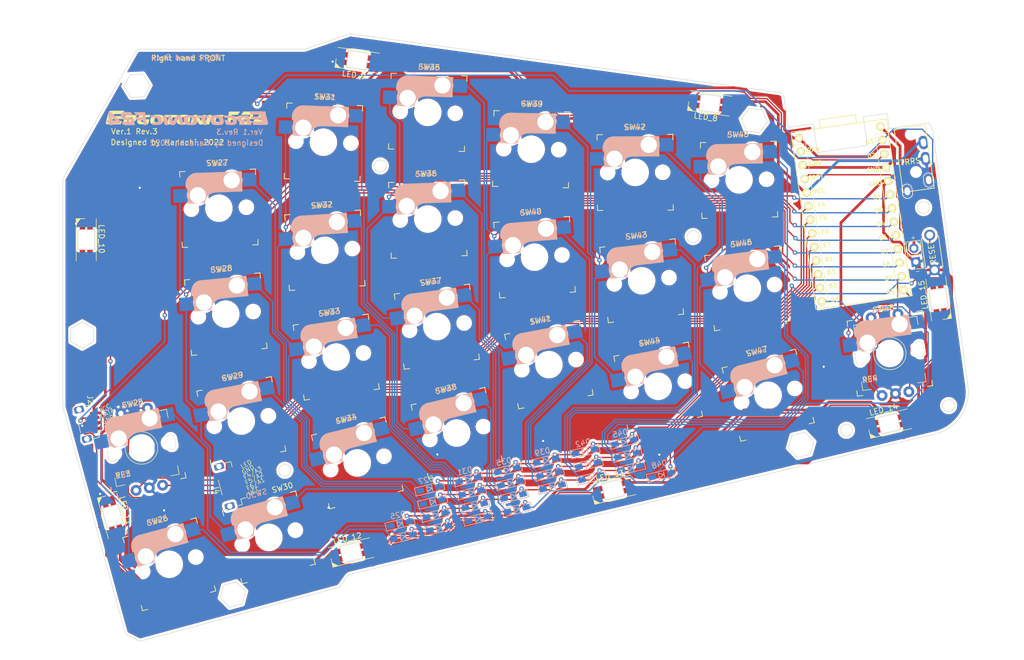
<source format=kicad_pcb>
(kicad_pcb (version 20211014) (generator pcbnew)
  (layers (0 "F.Cu" signal) (31 "B.Cu" signal) (34 "B.Paste" user) (35 "F.Paste" user) (36 "B.SilkS" user "B.Silkscreen") (37 "F.SilkS" user "F.Silkscreen") (38 "B.Mask" user) (39 "F.Mask" user) (44 "Edge.Cuts" user))
  (net 0 "")
  (net 1 "R7")
  (net 2 "Net-(D25-Pad2)")
  (net 3 "R8")
  (net 4 "Net-(D26-Pad2)")
  (net 5 "R5")
  (net 6 "Net-(D27-Pad2)")
  (net 7 "R6")
  (net 8 "Net-(D28-Pad2)")
  (net 9 "Net-(D29-Pad2)")
  (net 10 "Net-(D30-Pad2)")
  (net 11 "Net-(D31-Pad2)")
  (net 12 "Net-(D32-Pad2)")
  (net 13 "Net-(D33-Pad2)")
  (net 14 "Net-(D34-Pad2)")
  (net 15 "Net-(D35-Pad2)")
  (net 16 "Net-(D36-Pad2)")
  (net 17 "Net-(D37-Pad2)")
  (net 18 "Net-(D38-Pad2)")
  (net 19 "Net-(D39-Pad2)")
  (net 20 "Net-(D40-Pad2)")
  (net 21 "Net-(D41-Pad2)")
  (net 22 "Net-(D42-Pad2)")
  (net 23 "Net-(D43-Pad2)")
  (net 24 "Net-(D44-Pad2)")
  (net 25 "Net-(D45-Pad2)")
  (net 26 "Net-(D46-Pad2)")
  (net 27 "Net-(D47-Pad2)")
  (net 28 "D48")
  (net 29 "VCC2")
  (net 30 "GND2")
  (net 31 "DATA2")
  (net 33 "ENC2_A")
  (net 34 "ENC2_B")
  (net 35 "ENC2_PUSH")
  (net 36 "Net-(LED_8-Pad2)")
  (net 37 "LED2")
  (net 38 "Net-(LED_10-Pad4)")
  (net 39 "Net-(LED_10-Pad2)")
  (net 40 "Net-(LED_11-Pad2)")
  (net 41 "Net-(LED_12-Pad2)")
  (net 42 "Net-(LED_13-Pad2)")
  (net 43 "Net-(LED_14-Pad2)")
  (net 44 "LED_EXT2")
  (net 45 "RE4A")
  (net 46 "RE4B")
  (net 47 "C8")
  (net 48 "C9")
  (net 49 "C10")
  (net 50 "C11")
  (net 51 "C12")
  (net 52 "C13")
  (net 53 "C14")
  (net 54 "RESET2")
  (net 56 "BAT2")
  (footprint "kbd:CherryMX_Hotswap" (layer "F.Cu") (at 21.651 99.366 15.11)
    (fp_text reference "SW26" hide)
    (fp_text value "SW_PUSH" hide)
  )
  (footprint "willow:ProMicro" (layer "F.Cu") (at 147.413 33.53 8)
    (fp_text reference "U2" hide)
    (fp_text value "ProMicro" hide)
  )
  (footprint "kbd:CherryMX_Hotswap" (layer "F.Cu") (at 52.482 61.083 8.51)
    (fp_text reference "SW33" hide)
    (fp_text value "SW_PUSH" hide)
  )
  (footprint "kbd:YS-SK6812MINI-E" (layer "F.Cu") (at 11.189 90.443 -74.88)
    (fp_text reference "LED_11")
    (fp_text value "YS-SK6812MINI-E")
    (fp_line (start -1.8 -1.55) (end -1.8 1.55) (layer "Edge.Cuts") (width 0.12))
    (fp_line (start -1.8 1.55) (end 1.8 1.55) (layer "Edge.Cuts") (width 0.12))
    (fp_line (start 1.8 1.55) (end 1.8 -1.55) (layer "Edge.Cuts") (width 0.12))
    (fp_line (start 1.8 -1.55) (end -1.8 -1.55) (layer "Edge.Cuts") (width 0.12))
  )
  (footprint "kbd:CherryMX_Hotswap" (layer "F.Cu") (at 69.388 35.574 2.02)
    (fp_text reference "SW36" hide)
    (fp_text value "SW_PUSH" hide)
  )
  (footprint "kbd:YS-SK6812MINI-E" (layer "F.Cu") (at 121.466 14.19 -8)
    (fp_text reference "LED_8")
    (fp_text value "YS-SK6812MINI-E")
    (fp_line (start 1.8 -1.55) (end -1.8 -1.55) (layer "Edge.Cuts") (width 0.12))
    (fp_line (start -1.8 -1.55) (end -1.8 1.55) (layer "Edge.Cuts") (width 0.12))
    (fp_line (start 1.8 1.55) (end 1.8 -1.55) (layer "Edge.Cuts") (width 0.12))
    (fp_line (start -1.8 1.55) (end 1.8 1.55) (layer "Edge.Cuts") (width 0.12))
  )
  (footprint "kbd:CherryMX_Hotswap" (layer "F.Cu") (at 132.235 68.138 14.39)
    (fp_text reference "SW47" hide)
    (fp_text value "SW_PUSH" hide)
  )
  (footprint "kbd:CherryMX_Hotswap" (layer "F.Cu") (at 74.723 75.12 13.47)
    (fp_text reference "SW38" hide)
    (fp_text value "SW_PUSH" hide)
  )
  (footprint "kbd:CherryMX_Hotswap" (layer "F.Cu") (at 71.065 55.46 7.62)
    (fp_text reference "SW37" hide)
    (fp_text value "SW_PUSH" hide)
  )
  (footprint "kbd:CherryMX_Hotswap" (layer "F.Cu") (at 111.928 66.492999 10.85)
    (fp_text reference "SW44" hide)
    (fp_text value "SW_PUSH" hide)
  )
  (footprint "willow:RotaryEncoder_Alps_EC11E-Switch_Vertical_H20mm_rev2" (layer "F.Cu") (at 16.523 77.875 101.13)
    (fp_text reference "RE3")
    (fp_text value "RotaryEncoder_Switch")
  )
  (footprint "kbd:CherryMX_Hotswap" (layer "F.Cu") (at 40.041 94.399 15.12)
    (fp_text reference "SW30" hide)
    (fp_text value "SW_PUSH" hide)
  )
  (footprint "kbd:ResetSW_1side" (layer "F.Cu") (at 162.517 41.759 98)
    (fp_text reference "SW_RESET2" hide)
    (fp_text value "SW_PUSH")
  )
  (footprint "kbd:CherryMX_Hotswap" (layer "F.Cu") (at 126.864 28.321 1.12)
    (fp_text reference "SW45" hide)
    (fp_text value "SW_PUSH" hide)
  )
  (footprint "kbd:YS-SK6812MINI-E" (layer "F.Cu") (at 56.373 6.23 -8)
    (fp_text reference "LED_9")
    (fp_text value "YS-SK6812MINI-E")
    (fp_line (start 1.8 -1.55) (end -1.8 -1.55) (layer "Edge.Cuts") (width 0.12))
    (fp_line (start 1.8 1.55) (end 1.8 -1.55) (layer "Edge.Cuts") (width 0.12))
    (fp_line (start -1.8 -1.55) (end -1.8 1.55) (layer "Edge.Cuts") (width 0.12))
    (fp_line (start -1.8 1.55) (end 1.8 1.55) (layer "Edge.Cuts") (width 0.12))
  )
  (footprint "kbd:CherryMX_Hotswap" (layer "F.Cu") (at 89.099 42.625 4.58)
    (fp_text reference "SW40" hide)
    (fp_text value "SW_PUSH" hide)
  )
  (footprint "kbd:MJ-4PP-9_1side" (layer "F.Cu") (at 158.363 18.464 8)
    (fp_text reference "TRRS2")
    (fp_text value "MJ-4PP-9" hide)
  )
  (footprint "kbd:CherryMX_Hotswap" (layer "F.Cu") (at 107.68 26.959 0.29)
    (fp_text reference "SW42" hide)
    (fp_text value "SW_PUSH" hide)
  )
  (footprint "kbd:CherryMX_Hotswap" (layer "F.Cu") (at 56.373 80.64 14)
    (fp_text reference "SW34" hide)
    (fp_text value "SW_PUSH" hide)
  )
  (footprint "kbd:YS-SK6812MINI-E" (layer "F.Cu") (at 154.563 73.368 13.5)
    (fp_text reference "LED_14")
    (fp_text value "YS-SK6812MINI-E")
    (fp_line (start 1.8 1.55) (end 1.8 -1.55) (layer "Edge.Cuts") (width 0.12))
    (fp_line (start -1.8 -1.55) (end -1.8 1.55) (layer "Edge.Cuts") (width 0.12))
    (fp_line (start 1.8 -1.55) (end -1.8 -1.55) (layer "Edge.Cuts") (width 0.12))
    (fp_line (start -1.8 1.55) (end 1.8 1.55) (layer "Edge.Cuts") (width 0.12))
  )
  (footprint "kbd:CherryMX_Hotswap" (layer "F.Cu") (at 32.088 53.145 5.43)
    (fp_text reference "SW28" hide)
    (fp_text value "SW_PUSH" hide)
  )
  (footprint "kbd:CherryMX_Hotswap" (layer "F.Cu") (at 50.387 41.351 3.62)
    (fp_text reference "SW32" hide)
    (fp_text value "SW_PUSH" hide)
  )
  (footprint "kbd:CherryMX_Hotswap" (layer "F.Cu") (at 91.759 62.481 10.66)
    (fp_text reference "SW41" hide)
    (fp_text value "SW_PUSH" hide)
  )
  (footprint "kbd:CherryMX_Hotswap" (layer "F.Cu") (at 34.956 72.904 11.08)
    (fp_text reference "SW29" hide)
    (fp_text value "SW_PUSH" hide)
  )
  (footprint "kbd:YS-SK6812MINI-E" (layer "F.Cu") (at 6.322 39.397 -90)
    (fp_text reference "LED_10")
    (fp_text value "YS-SK6812MINI-E")
    (fp_line (start -1.8 -1.55) (end -1.8 1.55) (layer "Edge.Cuts") (width 0.12))
    (fp_line (start 1.8 -1.55) (end -1.8 -1.55) (layer "Edge.Cuts") (width 0.12))
    (fp_line (start -1.8 1.55) (end 1.8 1.55) (layer "Edge.Cuts") (width 0.12))
    (fp_line (start 1.8 1.55) (end 1.8 -1.55) (layer "Edge.Cuts") (width 0.12))
  )
  (footprint "e3w2q:JST_SH_BM03B-SRSS-TB_1x06-1MP_P1.00mm_Vertical" (layer "F.Cu") (at 33 84.652 105.12)
    (fp_text reference "J4")
    (fp_text value "Conn_01x06")
  )
  (footprint "e3w2q:JST_SH_BM03B-SRSS-TB_1x04-1MP_P1.00mm_Vertical" (layer "F.Cu") (at 6.871 73.183 105.12)
    (fp_text reference "J2")
    (fp_text value "Conn_01x04")
  )
  (footprint "kbd:CherryMX_Hotswap" (layer "F.Cu") (at 50.117 21.376 -2.05)
    (fp_text reference "SW31" hide)
    (fp_text value "SW_PUSH" hide)
  )
  (footprint "willow:PinHeader_1x02_P2.54mm_Vertical" (layer "F.Cu") (at 159.5 43.5 -172)
    (fp_text reference "BAT2" hide)
    (fp_text value "Conn_01x02")
  )
  (footprint "kbd:YS-SK6812MINI-E" (layer "F.Cu") (at 103.595 85.575 13.5)
    (fp_text reference "LED_13")
    (fp_text value "YS-SK6812MINI-E")
    (fp_line (start 1.8 -1.55) (end -1.8 -1.55) (layer "Edge.Cuts") (width 0.12))
    (fp_line (start -1.8 1.55) (end 1.8 1.55) (layer "Edge.Cuts") (width 0.12))
    (fp_line (start -1.8 -1.55) (end -1.8 1.55) (layer "Edge.Cuts") (width 0.12))
    (fp_line (start 1.8 1.55) (end 1.8 -1.55) (layer "Edge.Cuts") (width 0.12))
  )
  (footprint "kbd:CherryMX_Hotswap" (layer "F.Cu") (at 108.881 46.979 6.55)
    (fp_text reference "SW43" hide)
    (fp_text value "SW_PUSH" hide)
  )
  (footprint "kbd:CherryMX_Hotswap" (layer "F.Cu") (at 154.699 60.41 8)
    (fp_text reference "SW48" hide)
    (fp_text value "SW_PUSH" hide)
  )
  (footprint "kbd:CherryMX_Hotswap" (layer "F.Cu") (at 69.381 15.87 -1.98)
    (fp_text reference "SW35" hide)
    (fp_text value "SW_PUSH" hide)
  )
  (footprint "kbd:CherryMX_Hotswap" (layer "F.Cu") (at 128.387 48.354 7.57)
    (fp_text reference "SW46" hide)
    (fp_text value "SW_PUSH" hide)
  )
  (footprint "willow:RotaryEncoder_Alps_EC11E-Switch_Vertical_H20mm_rev2" (layer "F.Cu") (at 154.699 60.41 98)
    (fp_text reference "RE4")
    (fp_text value "RotaryEncoder_Switch")
  )
  (footprint "willow:f24logo_f_silk" (layer "F.Cu") (at 24.8 17.1)
    (fp_text reference "G***" hide)
    (fp_text value "LOGO" hide)
  )
  (footprint "kbd:CherryMX_Hotswap" (layer "F.Cu") (at 30.814 33.577 2.02)
    (fp_text reference "SW27" hide)
    (fp_text value "SW_PUSH" hide)
  )
  (footprint "kbd:CherryMX_Hotswap" (layer "F.Cu") (at 16.523 77.875 11.13)
    (fp_text reference "SW25" hide)
    (fp_text value "SW_PUSH" hide)
  )
  (footprint "kbd:YS-SK6812MINI-E" (layer "F.Cu") (at 163.71 50.297 98)
    (fp_text reference "LED_15")
    (fp_text value "YS-SK6812MINI-E")
    (fp_line (start 1.8 1.55) (end 1.8 -1.55) (layer "Edge.Cuts") (width 0.12))
    (fp_line (start 1.8 -1.55) (end -1.8 -1.55) (layer "Edge.Cuts") (width 0.12))
    (fp_line (start -1.8 1.55) (end 1.8 1.55) (layer "Edge.Cuts") (width 0.12))
    (fp_line (start -1.8 -1.55) (end -1.8 1.55) (layer "Edge.Cuts") (width 0.12))
  )
  (footprint "kbd:CherryMX_Hotswap" (layer "F.Cu") (at 88.483 22.671 -1.06)
    (fp_text reference "SW39" hide)
    (fp_text value "SW_PUSH" hide)
  )
  (footprint "kbd:YS-SK6812MINI-E" (layer "F.Cu") (at 55.244 97.177 13.5)
    (fp_text reference "LED_12")
    (fp_text value "YS-SK6812MINI-E")
    (fp_line (start -1.8 -1.55) (end -1.8 1.55) (layer "Edge.Cuts") (width 0.12))
    (fp_line (start 1.8 -1.55) (end -1.8 -1.55) (layer "Edge.Cuts") (width 0.12))
    (fp_line (start 1.8 1.55) (end 1.8 -1.55) (layer "Edge.Cuts") (width 0.12))
    (fp_line (start -1.8 1.55) (end 1.8 1.55) (layer "Edge.Cuts") (width 0.12))
  )
  (footprint "kbd:D3_SMD_v2" (layer "B.Cu") (at 70.302 87.834 -166.5)
    (fp_text reference "D28" hide)
    (fp_text value "1N4148W" hide)
  )
  (footprint "kbd:D3_SMD_v2" (layer "B.Cu") (at 78.648 90.973 -166.5)
    (fp_text reference "D34" hide)
    (fp_text value "1N4148W" hide)
  )
  (footprint "kbd:D3_SMD_v2" (layer "B.Cu") (at 98.432 78.51 -166.5)
    (fp_text reference "D42" hide)
    (fp_text value "1N4148W" hide)
  )
  (footprint "kbd:D3_SMD_v2" (layer "B.Cu") (at 106.835 81.634 -166.5)
    (fp_text reference "D47" hide)
    (fp_text value "1N4148W" hide)
  )
  (footprint "kbd:D3_SMD_v2" (layer "B.Cu") (at 78.064 88.542 -166.5)
    (fp_text reference "D33" hide)
    (fp_text value "1N4148W" hide)
  )
  (footprint "kbd:D3_SMD_v2" (layer "B.Cu") (at 69.719 85.403 -166.5)
    (fp_text reference "D27" hide)
    (fp_text value "1N4148W" hide)
  )
  (footprint "kbd:D3_SMD_v2" (layer "B.Cu") (at 64.837999 94.3 -166.5)
    (fp_text reference "D26" hide)
    (fp_text value "1N4148W" hide)
  )
  (footprint "kbd:D3_SMD_v2" (layer "B.Cu") (at 91.253 80.233 -166.5)
    (fp_text reference "D39" hide)
    (fp_text value "1N4148W" hide)
  )
  (footprint "kbd:D3_SMD_v2" (layer "B.Cu") (at 99.015 80.941 -166.5)
    (fp_text reference "D43" hide)
    (fp_text value "1N4148W" hide)
  )
  (footprint "kbd:D3_SMD_v2" (layer "B.Cu") (at 77.481 86.111 -166.5)
    (fp_text reference "D32" hide)
    (fp_text value "1N4148W" hide)
  )
  (footprint "kbd:D3_SMD_v2" (layer "B.Cu") (at 85.242 86.818 -166.5)
    (fp_text reference "D37" hide)
    (fp_text value "1N4148W" hide)
  )
  (footprint "kbd:D3_SMD_v2" (layer "B.Cu") (at 84.659 84.387 -166.5)
    (fp_text reference "D36" hide)
    (fp_text value "1N4148W" hide)
  )
  (footprint "kbd:D3_SMD_v2" (layer "B.Cu") (at 105.668 76.772 -166.5)
    (fp_text reference "D45" hide)
    (fp_text value "1N4148W" hide)
  )
  (footprint "kbd:D3_SMD_v2" (layer "B.Cu") (at 99.599 83.372 -166.5)
    (fp_text reference "D44" hide)
    (fp_text value "1N4148W" hide)
  )
  (footprint "kbd:D3_SMD_v2" (layer "B.Cu") (at 91.837 82.664 -166.5)
    (fp_text reference "D40" hide)
    (fp_text value "1N4148W" hide)
  )
  (footprint "kbd:D3_SMD_v2" (layer "B.Cu") (at 84.075 81.956 -166.5)
    (fp_text reference "D35" hide)
    (fp_text value "1N4148W" hide)
  )
  (footprint "kbd:D3_SMD_v2" (layer "B.Cu") (at 112.536 82.885 -166.5)
    (fp_text reference "D48" hide)
    (fp_text value "1N4148W" hide)
  )
  (footprint "willow:f24logo_f_silk" (layer "B.Cu") (at 25.048618 17.2 180)
    (fp_text reference "G***" hide)
    (fp_text value "LOGO" hide)
  )
  (footprint "kbd:D3_SMD_v2" (layer "B.Cu") (at 76.897 83.68 -166.5)
    (fp_text reference "D31" hide)
    (fp_text value "1N4148W" hide)
  )
  (footprint "kbd:D3_SMD_v2" (layer "B.Cu") (at 85.826 89.249 -166.5)
    (fp_text reference "D38" hide)
    (fp_text value "1N4148W" hide)
  )
  (footprint "kbd:D3_SMD_v2" (layer "B.Cu") (at 64.254 91.869 -166.5)
    (fp_text reference "D25" hide)
    (fp_text value "1N4148W" hide)
  )
  (footprint "kbd:D3_SMD_v2" (layer "B.Cu") (at 106.251 79.203 -166.5)
    (fp_text reference "D46" hide)
    (fp_text value "1N4148W" hide)
  )
  (footprint "kbd:D3_SMD_v2" (layer "B.Cu") (at 92.421 85.095 -166.5)
    (fp_text reference "D41" hide)
    (fp_text value "1N4148W" hide)
  )
  (footprint "kbd:D3_SMD_v2" (layer "B.Cu") (at 71.47 92.696 -166.5)
    (fp_text reference "D30" hide)
    (fp_text value "1N4148W" hide)
  )
  (footprint "kbd:D3_SMD_v2" (layer "B.Cu") (at 70.886 90.265 -166.5)
    (fp_text reference "D29" hide)
    (fp_text value "1N4148W" hide)
  )
  (gr_curve (pts (xy 2.131524 27.959878) (xy 2.045396 28.110838) (xy 2.000093 28.281629) (xy 2.000093 28.455412)) (layer "Edge.Cuts") (width 0.09))
  (gr_line (start 130.596213 19.617091) (end 128.194132 19.285436) (layer "Edge.Cuts") (width 0.09))
  (gr_curve (pts (xy 141.322446 23.272094) (xy 141.322446 23.272094) (xy 140.577595 17.97218) (xy 140.577595 17.97218)) (layer "Edge.Cuts") (width 0.09))
  (gr_line (start 135.974847 77.867495) (end 136.654983 75.539963) (layer "Edge.Cuts") (width 0.09))
  (gr_curve (pts (xy 13.438801 111.84931) (xy 13.514119 112.123195) (xy 13.702351 112.352143) (xy 13.956512 112.478987)) (layer "Edge.Cuts") (width 0.09))
  (gr_curve (pts (xy 134.320548 12.188726) (xy 134.320548 12.188726) (xy 55.285428 1.369124) (xy 55.285428 1.369124)) (layer "Edge.Cuts") (width 0.09))
  (gr_curve (pts (xy 140.577595 17.97218) (xy 140.577595 17.97218) (xy 135.959509 18.621215) (xy 135.959509 18.621215)) (layer "Edge.Cuts") (width 0.09))
  (gr_line (start 7.686835 58.230867) (end 5.586834 59.443296) (layer "Edge.Cuts") (width 0.09))
  (gr_line (start 31.074132 105.604723) (end 31.69703 103.261224) (layer "Edge.Cuts") (width 0.09))
  (gr_curve (pts (xy 53.265117 103.315894) (xy 53.265117 103.315894) (xy 54.518851 101.591) (xy 54.518851 101.591)) (layer "Edge.Cuts") (width 0.09))
  (gr_curve (pts (xy 52.718272 103.693003) (xy 52.938199 103.633295) (xy 53.131124 103.50025) (xy 53.265117 103.315894)) (layer "Edge.Cuts") (width 0.09))
  (gr_curve (pts (xy 169.130202 66.411622) (xy 169.130202 66.411622) (xy 162.728181 19.980628) (xy 162.728181 19.980628)) (layer "Edge.Cuts") (width 0.09))
  (gr_line (start 35.75609 104.340117) (end 35.133191 106.683616) (layer "Edge.Cuts") (width 0.09))
  (gr_line (start 3.486844 55.805987) (end 5.586845 54.593558) (layer "Edge.Cuts") (width 0.09))
  (gr_curve (pts (xy 154.600705 18.828502) (xy 154.600705 18.828502) (xy 154.211065 16.056126) (xy 154.211065 16.056126)) (layer "Edge.Cuts") (width 0.09))
  (gr_curve (pts (xy 54.829405 1.412597) (xy 54.829405 1.412597) (xy 46.794646 4.130196) (xy 46.794646 4.130196)) (layer "Edge.Cuts") (width 0.09))
  (gr_curve (pts (xy 13.956512 112.478987) (xy 13.956512 112.478987) (xy 15.872502 113.435109) (xy 15.872502 113.435109)) (layer "Edge.Cuts") (width 0.09))
  (gr_curve (pts (xy 135.959509 18.621215) (xy 135.959509 18.621215) (xy 135.175168 13.040311) (xy 135.175168 13.040311)) (layer "Edge.Cuts") (width 0.09))
  (gr_line (start 16.96898 12.998171) (end 14.545588 13.082792) (layer "Edge.Cuts") (width 0.09))
  (gr_line (start 3.486838 58.230857) (end 3.486844 55.805987) (layer "Edge.Cuts") (width 0.09))
  (gr_line (start 131.170656 15.456564) (end 132.084475 17.702655) (layer "Edge.Cuts") (width 0.09))
  (gr_curve (pts (xy 135.175168 13.040311) (xy 135.112898 12.597228) (xy 134.763846 12.249425) (xy 134.320548 12.188726)) (layer "Edge.Cuts") (width 0.09))
  (gr_line (start 7.686841 55.805997) (end 7.686835 58.230867) (layer "Edge.Cuts") (width 0.09))
  (gr_curve (pts (xy 55.285428 1.369124) (xy 55.1321 1.34813) (xy 54.975994 1.363009) (xy 54.829405 1.412597)) (layer "Edge.Cuts") (width 0.09))
  (gr_curve (pts (xy 149.803582 16.675554) (xy 149.803582 16.675554) (xy 150.548433 21.975467) (xy 150.548433 21.975467)) (layer "Edge.Cuts") (width 0.09))
  (gr_curve (pts (xy 161.974179 17.792217) (xy 161.974179 17.792217) (xy 154.600705 18.828502) (xy 154.600705 18.828502)) (layer "Edge.Cuts") (width 0.09))
  (gr_curve (pts (xy 163.072734 75.283303) (xy 167.07236 74.323069) (xy 169.692032 70.486352) (xy 169.130202 66.411622)) (layer "Edge.Cuts") (width 0.09))
  (gr_curve (pts (xy 16.581072 113.50541) (xy 16.581072 113.50541) (xy 52.718272 103.693003) (xy 52.718272 103.693003)) (layer "Edge.Cuts") (width 0.09))
  (gr_line (start 128.194132 19.285436) (end 127.280313 17.039345) (layer "Edge.Cuts") (width 0.09))
  (gr_line (start 128.768575 15.124909) (end 131.170656 15.456564) (layer "Edge.Cuts") (width 0.09))
  (gr_circle (center 146.689817 74.603961) (end 147.789817 74.603961) (layer "Edge.Cuts") (width 0.09) (fill none))
  (gr_line (start 136.654983 75.539963) (end 139.010753 74.965213) (layer "Edge.Cuts") (width 0.09))
  (gr_line (start 5.586845 54.593558) (end 7.686841 55.805997) (layer "Edge.Cuts") (width 0.09))
  (gr_curve (pts (xy 55.094312 101.206592) (xy 55.094312 101.206592) (xy 163.072734 75.283303) (xy 163.072734 75.283303)) (layer "Edge.Cuts") (width 0.09))
  (gr_curve (pts (xy 15.408448 4.687397) (xy 15.408448 4.687397) (xy 2.131524 27.959878) (xy 2.131524 27.959878)) (layer "Edge.Cuts") (width 0.09))
  (gr_curve (pts (xy 2.035879 70.375183) (xy 2.035879 70.375183) (xy 13.438801 111.84931) (xy 13.438801 111.84931)) (layer "Edge.Cuts") (width 0.09))
  (gr_curve (pts (xy 54.518851 101.591) (xy 54.658808 101.398462) (xy 54.862866 101.262144) (xy 55.094312 101.206592)) (layer "Edge.Cuts") (width 0.09))
  (gr_line (start 32.792212 107.315919) (end 31.074132 105.604723) (layer "Edge.Cuts") (width 0.09))
  (gr_curve (pts (xy 2.000093 28.455412) (xy 2.000093 28.455412) (xy 2.000093 70.110083) (xy 2.000093 70.110083)) (layer "Edge.Cuts") (width 0.09))
  (gr_circle (center 60.625647 25.768284) (end 61.725647 25.768284) (layer "Edge.Cuts") (width 0.09) (fill none))
  (gr_line (start 16.822412 8.800733) (end 18.107392 10.857142) (layer "Edge.Cuts") (width 0.09))
  (gr_line (start 127.280313 17.039345) (end 128.768575 15.124909) (layer "Edge.Cuts") (width 0.09))
  (gr_curve (pts (xy 16.277043 4.182927) (xy 15.917934 4.182927) (xy 15.586409 4.375465) (xy 15.408448 4.687397)) (layer "Edge.Cuts") (width 0.09))
  (gr_line (start 132.084475 17.702655) (end 130.596213 19.617091) (layer "Edge.Cuts") (width 0.09))
  (gr_line (start 14.39902 8.885354) (end 16.822412 8.800733) (layer "Edge.Cuts") (width 0.09))
  (gr_line (start 137.65048 79.620276) (end 135.974847 77.867495) (layer "Edge.Cuts") (width 0.09))
  (gr_curve (pts (xy 150.548433 21.975467) (xy 150.548433 21.975467) (xy 141.322446 23.272094) (xy 141.322446 23.272094)) (layer "Edge.Cuts") (width 0.09))
  (gr_line (start 18.107392 10.857142) (end 16.96898 12.998171) (layer "Edge.Cuts") (width 0.09))
  (gr_line (start 140.00625 79.045526) (end 137.65048 79.620276) (layer "Edge.Cuts") (width 0.09))
  (gr_curve (pts (xy 162.728181 19.980628) (xy 162.619144 19.189892) (xy 162.357036 18.450962) (xy 161.974179 17.792217)) (layer "Edge.Cuts") (width 0.09))
  (gr_circle (center 165.568988 70.054061) (end 166.668988 70.054061) (layer "Edge.Cuts") (width 0.09) (fill none))
  (gr_curve (pts (xy 15.872502 113.435109) (xy 16.092063 113.544684) (xy 16.344244 113.569704) (xy 16.581072 113.50541)) (layer "Edge.Cuts") (width 0.09))
  (gr_circle (center 118.380411 38.811769) (end 119.480411 38.811769) (layer "Edge.Cuts") (width 0.09) (fill none))
  (gr_line (start 5.586834 59.443296) (end 3.486838 58.230857) (layer "Edge.Cuts") (width 0.09))
  (gr_circle (center 160.93529 33.451413) (end 162.03529 33.451413) (layer "Edge.Cuts") (width 0.09) (fill none))
  (gr_line (start 31.69703 103.261224) (end 34.038009 102.628921) (layer "Edge.Cuts") (width 0.09))
  (gr_line (start 13.260608 11.026383) (end 14.39902 8.885354) (layer "Edge.Cuts") (width 0.09))
  (gr_line (start 140.686387 76.717994) (end 140.00625 79.045526) (layer "Edge.Cuts") (width 0.09))
  (gr_line (start 34.038009 102.628921) (end 35.75609 104.340117) (layer "Edge.Cuts") (width 0.09))
  (gr_line (start 139.010753 74.965213) (end 140.686387 76.717994) (layer "Edge.Cuts") (width 0.09))
  (gr_line (start 14.545588 13.082792) (end 13.260608 11.026383) (layer "Edge.Cuts") (width 0.09))
  (gr_line (start 35.133191 106.683616) (end 32.792212 107.315919) (layer "Edge.Cuts") (width 0.09))
  (gr_curve (pts (xy 2.000093 70.110083) (xy 2.000093 70.199656) (xy 2.01213 70.288819) (xy 2.035879 70.375183)) (layer "Edge.Cuts") (width 0.09))
  (gr_curve (pts (xy 46.794646 4.130196) (xy 46.691444 4.16512) (xy 46.583203 4.182927) (xy 46.474252 4.182927)) (layer "Edge.Cuts") (width 0.09))
  (gr_curve (pts (xy 46.474252 4.182927) (xy 46.474252 4.182927) (xy 16.277043 4.182927) (xy 16.277043 4.182927)) (layer "Edge.Cuts") (width 0.09))
  (gr_curve (pts (xy 154.211065 16.056126) (xy 154.211065 16.056126) (xy 149.803582 16.675554) (xy 149.803582 16.675554)) (layer "Edge.Cuts") (width 0.09))
  (gr_circle (center 43 82) (end 44.1 82) (layer "Edge.Cuts") (width 0.09) (fill none))
  (gr_text "D35" (at 83.439 80.413359 13.5) (layer "B.SilkS") (effects (font (size 1 1)) (justify mirror)))
  (gr_text "Designed by Hanachi, 2022" (at 28.548618 21.5) (layer "B.SilkS") (effects (font (size 1 1)) (justify mirror)))
  (gr_text "D45" (at 104.902 75.184 13.5) (layer "B.SilkS") (effects (font (size 1 1)) (justify mirror)))
  (gr_text "D25" (at 63.881 90.297 13.5) (layer "B.SilkS") (effects (font (size 1 1)) (justify mirror)))
  (gr_text "D39" (at 90.551 78.613 13.5) (layer "B.SilkS") (effects (font (size 1 1)) (justify mirror)))
  (gr_text "D27" (at 69.088 83.82 13.5) (layer "B.SilkS") (effects (font (size 1 1)) (justify mirror)))
  (gr_text "D31" (at 76.2 82.169 13.5) (layer "B.SilkS") (effects (font (size 1 1)) (justify mirror)))
  (gr_text "Ver.1 Rev.3" (at 34.648618 19.5) (layer "B.SilkS") (effects (font (size 1 1)) (justify mirror)))
  (gr_text "D42" (at 98.044 76.962 13.5) (layer "B.SilkS") (effects (font (size 1 1)) (justify mirror)))
  (gr_text "Right hand Back" (at 24.638 5.715) (layer "B.SilkS") (effects (font (size 1 1)) (justify mirror)))
  (gr_text "D48" (at 112.141 80.899 13.5) (layer "B.SilkS") (effects (font (size 1 1)) (justify mirror)))
  (gr_text "Right hand FRONT\n" (at 25.146 5.842) (layer "F.SilkS") (effects (font (size 1 1))))
  (gr_text "F5/A2" (at 37.35 83.5 30) (layer "F.SilkS") (effects (font (size 0.8 0.8) (thickness 0.1))))
  (gr_text "Ver.1 Rev.3" (at 15.2 19.4) (layer "F.SilkS") (effects (font (size 1 1))))
  (gr_text "LED" (at 35.85 80.9 30) (layer "F.SilkS") (effects (font (size 0.8 0.8) (thickness 0.1))))
  (gr_text "J2" (at 7.112 68.961 -80) (layer "F.SilkS") (effects (font (size 1 1))))
  (gr_text "x" (at 9.8 73.8 30) (layer "F.SilkS") (effects (font (size 0.6 0.6) (thickness 0.1))))
  (gr_text "F6/A1" (at 37.6 84.55 30) (layer "F.SilkS") (effects (font (size 0.8 0.8) (thickness 0.1))))
  (gr_text "VCC" (at 9.75 70.6 30) (layer "F.SilkS") (effects (font (size 0.8 0.8) (thickness 0.1))))
  (gr_text "F4/A3" (at 37.05 82.5 30) (layer "F.SilkS") (effects (font (size 0.8 0.8) (thickness 0.1))))
  (gr_text "J4" (at 30.3 85.6 -80) (layer "F.SilkS") (effects (font (size 1 1))))
  (gr_text "GND\n" (at 36.2 81.9 30) (layer "F.SilkS") (effects (font (size 0.8 0.8) (thickness 0.1))))
  (gr_text "GND" (at 10.35 72.6 30) (layer "F.SilkS") (effects (font (size 0.8 0.8) (thickness 0.1))))
  (gr_text "VCC" (at 37.35 85.85 30) (layer "F.SilkS") (effects (font (size 0.8 0.8) (thickness 0.1))))
  (gr_text "-" (at 159.85 45.2 8) (layer "F.SilkS") (effects (font (size 0.8 0.8) (thickness 0.1))))
  (gr_text "Designed by Hanachi, 2022" (at 21.3 21.4) (layer "F.SilkS") (effects (font (size 1 1))))
  (gr_text "+" (at 159 39 8) (layer "F.SilkS") (effects (font (size 0.8 0.8) (thickness 0.1))))
  (gr_text "DATA" (at 10.2 71.45 30) (layer "F.SilkS") (effects (font (size 0.8 0.8) (thickness 0.1))))
  (segment (start 99.334 83.8) (end 94.1 83.8) (width 0.25) (layer "F.Cu") (net 1))
  (segment (start 94.1 83.8) (end 94 83.7) (width 0.25) (layer "F.Cu") (net 1))
  (segment (start 77.673 89.027) (end 72.527 89.027) (width 0.25) (layer "F.Cu") (net 1))
  (segment (start 101.092 82.042) (end 99.334 83.8) (width 0.25) (layer "F.Cu") (net 1))
  (segment (start 92.102 85.598) (end 94 83.7) (width 0.25) (layer "F.Cu") (net 1))
  (segment (start 65.532 90.424) (end 70.876 90.424) (width 0.25) (layer "F.Cu") (net 1))
  (segment (start 101.092 82.042) (end 106.458 82.042) (width 0.25) (layer "F.Cu") (net 1))
  (segment (start 86.898 85.598) (end 92.102 85.598) (width 0.25) (layer "F.Cu") (net 1))
  (segment (start 72.527 89.027) (end 72.4 88.9) (width 0.25) (layer "F.Cu") (net 1))
  (segment (start 79.6 87.1) (end 79.876 87.376) (width 0.25) (layer "F.Cu") (net 1))
  (segment (start 140.709535 48.292176) (end 108.801711 80.2) (width 0.25) (layer "F.Cu") (net 1))
  (segment (start 108.801711 80.2) (end 108.3 80.2) (width 0.25) (layer "F.Cu") (net 1))
  (segment (start 141.443646 45.761813) (end 140.709535 46.495924) (width 0.25) (layer "F.Cu") (net 1))
  (segment (start 140.709535 46.495924) (end 140.709535 48.292176) (width 0.25) (layer "F.Cu") (net 1))
  (segment (start 106.458 82.042) (end 108.3 80.2) (width 0.25) (layer "F.Cu") (net 1))
  (segment (start 79.6 87.1) (end 77.673 89.027) (width 0.25) (layer "F.Cu") (net 1))
  (segment (start 79.876 87.376) (end 84.724 87.376) (width 0.25) (layer "F.Cu") (net 1))
  (segment (start 84.724 87.376) (end 86.7 85.4) (width 0.25) (layer "F.Cu") (net 1))
  (segment (start 70.876 90.424) (end 72.4 88.9) (width 0.25) (layer "F.Cu") (net 1))
  (segment (start 86.7 85.4) (end 86.898 85.598) (width 0.25) (layer "F.Cu") (net 1))
  (via (at 101.092 82.042) (size 0.8) (drill 0.4) (layers "F.Cu" "B.Cu") (net 1))
  (via (at 86.7 85.4) (size 0.8) (drill 0.4) (layers "F.Cu" "B.Cu") (net 1))
  (via (at 108.3 80.2) (size 0.8) (drill 0.4) (layers "F.Cu" "B.Cu") (net 1))
  (via (at 79.6 87.1) (size 0.8) (drill 0.4) (layers "F.Cu" "B.Cu") (net 1))
  (via (at 65.532 90.424) (size 0.8) (drill 0.4) (layers "F.Cu" "B.Cu") (net 1))
  (via (at 94 83.7) (size 0.8) (drill 0.4) (layers "F.Cu" "B.Cu") (net 1))
  (via (at 72.4 88.9) (size 0.8) (drill 0.4) (layers "F.Cu" "B.Cu") (net 1))
  (segment (start 79.789957 88.127634) (end 79.789957 87.289957) (width 0.25) (layer "B.Cu") (net 1))
  (segment (start 101.092 82.042) (end 101.092 82.724677) (width 0.25) (layer "B.Cu") (net 1))
  (segment (start 108.560957 81.219634) (end 108.560957 80.460957) (width 0.25) (layer "B.Cu") (net 1))
  (segment (start 72.611957 89.111957) (end 72.4 88.9) (width 0.25) (layer "B.Cu") (net 1))
  (segment (start 72.611957 89.850634) (end 72.611957 89.111957) (width 0.25) (layer "B.Cu") (net 1))
  (segment (start 79.789957 87.289957) (end 79.6 87.1) (width 0.25) (layer "B.Cu") (net 1))
  (segment (start 65.979957 91.454634) (end 65.979957 90.871957) (width 0.25) (layer "B.Cu") (net 1))
  (segment (start 86.967957 85.667957) (end 86.7 85.4) (width 0.25) (layer "B.Cu") (net 1))
  (segment (start 94.146957 84.680634) (end 94.146957 83.846957) (width 0.25) (layer "B.Cu") (net 1))
  (segment (start 101.092 82.724677) (end 101.324957 82.957634) (width 0.25) (layer "B.Cu") (net 1))
  (segment (start 65.979957 90.871957) (end 65.532 90.424) (width 0.25) (layer "B.Cu") (net 1))
  (segment (start 86.967957 86.403634) (end 86.967957 85.667957) (width 0.25) (layer "B.Cu") (net 1))
  (segment (start 108.560957 80.460957) (end 108.3 80.2) (width 0.25) (layer "B.Cu") (net 1))
  (segment (start 94.146957 83.846957) (end 94 83.7) (width 0.25) (layer "B.Cu") (net 1))
  (segment (start 54.655634 92.283366) (end 49.784 97.155) (width 0.25) (layer "B.Cu") (net 2))
  (segment (start 32.99569 97.155) (end 28.750489 92.909799) (width 0.25) (layer "B.Cu") (net 2))
  (segment (start 28.750489 92.909799) (end 28.750489 77.93938) (width 0.25) (layer "B.Cu") (net 2))
  (segment (start 22.57394 71.762831) (end 21.2745 71.762831) (width 0.25) (layer "B.Cu") (net 2))
  (segment (start 28.750489 77.93938) (end 22.57394 71.762831) (width 0.25) (layer "B.Cu") (net 2))
  (segment (start 49.784 97.155) (end 32.99569 97.155) (width 0.25) (layer "B.Cu") (net 2))
  (segment (start 62.528043 92.283366) (end 54.655634 92.283366) (width 0.25) (layer "B.Cu") (net 2))
  (segment (start 79.715671 89.826467) (end 79.99066 89.551478) (width 0.25) (layer "F.Cu") (net 3))
  (segment (start 141.360321 48.277094) (end 141.797146 48.277094) (width 0.25) (layer "F.Cu") (net 3))
  (segment (start 114.173 81.28) (end 114.173 75.464415) (width 0.25) (layer "F.Cu") (net 3))
  (segment (start 87.376 87.884) (end 85.598 89.662) (width 0.25) (layer "F.Cu") (net 3))
  (segment (start 71.426478 92.9) (end 66.469522 92.9) (width 0.25) (layer "F.Cu") (net 3))
  (segment (start 80.101182 89.662) (end 79.99066 89.551478) (width 0.25) (layer "F.Cu") (net 3))
  (segment (start 74.500011 89.826467) (end 79.715671 89.826467) (width 0.25) (layer "F.Cu") (net 3))
  (segment (start 73.025 91.301478) (end 74.500011 89.826467) (width 0.25) (layer "F.Cu") (net 3))
  (segment (start 73.025 91.301478) (end 71.426478 92.9) (width 0.25) (layer "F.Cu") (net 3))
  (segment (start 66.469522 92.9) (end 66.421 92.851478) (width 0.25) (layer "F.Cu") (net 3))
  (segment (start 85.598 89.662) (end 80.101182 89.662) (width 0.25) (layer "F.Cu") (net 3))
  (segment (start 114.173 75.464415) (end 141.360321 48.277094) (width 0.25) (layer "F.Cu") (net 3))
  (via (at 87.376 87.884) (size 0.8) (drill 0.4) (layers "F.Cu" "B.Cu") (net 3))
  (via (at 79.99066 89.551478) (size 0.8) (drill 0.4) (layers "F.Cu" "B.Cu") (net 3))
  (via (at 66.421 92.851478) (size 0.8) (drill 0.4) (layers "F.Cu" "B.Cu") (net 3))
  (via (at 73.025 91.301478) (size 0.8) (drill 0.4) (layers "F.Cu" "B.Cu") (net 3))
  (via (at 114.173 81.28) (size 0.8) (drill 0.4) (layers "F.Cu" "B.Cu") (net 3))
  (segment (start 66.563956 92.994434) (end 66.421 92.851478) (width 0.25) (layer "B.Cu") (net 3))
  (segment (start 114.261957 82.470634) (end 112.459108 84.273483) (width 0.25) (layer "B.Cu") (net 3))
  (segment (start 73.195957 91.472435) (end 73.025 91.301478) (width 0.25) (layer "B.Cu") (net 3))
  (segment (start 114.261957 82.470634) (end 114.261957 81.368957) (width 0.25) (layer "B.Cu") (net 3))
  (segment (start 66.563956 93.885634) (end 66.563956 92.994434) (width 0.25) (layer "B.Cu") (net 3))
  (segment (start 99.2 85.8) (end 91.983504 85.8) (width 0.25) (layer "B.Cu") (net 3))
  (segment (start 106.853034 83.2) (end 103 83.2) (width 0.25) (layer "B.Cu") (net 3))
  (segment (start 88.94887 88.834634) (end 87.551957 88.834634) (width 0.25) (layer "B.Cu") (net 3))
  (segment (start 73.195957 92.281634) (end 73.195957 91.472435) (width 0.25) (layer "B.Cu") (net 3))
  (segment (start 91.983504 85.8) (end 88.94887 88.834634) (width 0.25) (layer "B.Cu") (net 3))
  (segment (start 114.261957 81.368957) (end 114.173 81.28) (width 0.25) (layer "B.Cu") (net 3))
  (segment (start 80.373957 90.558634) (end 80.373957 89.934775) (width 0.25) (layer "B.Cu") (net 3))
  (segment (start 87.376 87.884) (end 87.376 88.658677) (width 0.25) (layer "B.Cu") (net 3))
  (segment (start 80.373957 89.934775) (end 79.99066 89.551478) (width 0.25) (layer "B.Cu") (net 3))
  (segment (start 87.376 88.658677) (end 87.551957 88.834634) (width 0.25) (layer "B.Cu") (net 3))
  (segment (start 101.068249 83.931751) (end 99.2 85.8) (width 0.25) (layer "B.Cu") (net 3))
  (segment (start 112.459108 84.273483) (end 107.926517 84.273483) (width 0.25) (layer "B.Cu") (net 3))
  (segment (start 107.926517 84.273483) (end 106.853034 83.2) (width 0.25) (layer "B.Cu") (net 3))
  (segment (start 103 83.2) (end 102.268249 83.931751) (width 0.25) (layer "B.Cu") (net 3))
  (segment (start 102.268249 83.931751) (end 101.068249 83.931751) (width 0.25) (layer "B.Cu") (net 3))
  (segment (start 25.966807 92.938778) (end 27.838778 92.938778) (width 0.25) (layer "B.Cu") (net 4))
  (segment (start 54.928 92.9) (end 61.297676 92.9) (width 0.25) (layer "B.Cu") (net 4))
  (segment (start 61.297676 92.9) (end 63.112042 94.714366) (width 0.25) (layer "B.Cu") (net 4))
  (segment (start 32.563 97.663) (end 50.165 97.663) (width 0.25) (layer "B.Cu") (net 4))
  (segment (start 50.165 97.663) (end 54.928 92.9) (width 0.25) (layer "B.Cu") (net 4))
  (segment (start 27.838778 92.938778) (end 32.563 97.663) (width 0.25) (layer "B.Cu") (net 4))
  (segment (start 92.837 79.121) (end 91.186 80.772) (width 0.25) (layer "F.Cu") (net 5))
  (segment (start 139.810513 47.91979) (end 113.699325 74.030978) (width 0.25) (layer "F.Cu") (net 5))
  (segment (start 83.55 82.55) (end 85.6 80.5) (width 0.25) (layer "F.Cu") (net 5))
  (segment (start 139.810513 41.657385) (end 139.810513 47.91979) (width 0.25) (layer "F.Cu") (net 5))
  (segment (start 113.699325 74.030978) (end 108.369022 74.030978) (width 0.25) (layer "F.Cu") (net 5))
  (segment (start 78.4 82.2) (end 78.75 82.55) (width 0.25) (layer "F.Cu") (net 5))
  (segment (start 99.9 77.1) (end 105.3 77.1) (width 0.25) (layer "F.Cu") (net 5))
  (segment (start 97.879 79.121) (end 99.9 77.1) (width 0.25) (layer "F.Cu") (net 5))
  (segment (start 76.653 83.947) (end 78.4 82.2) (width 0.25) (layer "F.Cu") (net 5))
  (segment (start 108.369022 74.030978) (end 107.1 75.3) (width 0.25) (layer "F.Cu") (net 5))
  (segment (start 78.75 82.55) (end 83.55 82.55) (width 0.25) (layer "F.Cu") (net 5))
  (segment (start 91.186 80.772) (end 85.872 80.772) (width 0.25) (layer "F.Cu") (net 5))
  (segment (start 92.837 79.121) (end 97.879 79.121) (width 0.25) (layer "F.Cu") (net 5))
  (segment (start 71.247 83.947) (end 76.653 83.947) (width 0.25) (layer "F.Cu") (net 5))
  (segment (start 85.872 80.772) (end 85.6 80.5) (width 0.25) (layer "F.Cu") (net 5))
  (segment (start 140.736647 40.731251) (end 139.810513 41.657385) (width 0.25) (layer "F.Cu") (net 5))
  (segment (start 105.3 77.1) (end 107.1 75.3) (width 0.25) (layer "F.Cu") (net 5))
  (via (at 78.4 82.2) (size 0.8) (drill 0.4) (layers "F.Cu" "B.Cu") (net 5))
  (via (at 71.247 83.947) (size 0.8) (drill 0.4) (layers "F.Cu" "B.Cu") (net 5))
  (via (at 99.9 77.1) (size 0.8) (drill 0.4) (layers "F.Cu" "B.Cu") (net 5))
  (via (at 107.1 75.3) (size 0.8) (drill 0.4) (layers "F.Cu" "B.Cu") (net 5))
  (via (at 92.837 79.121) (size 0.8) (drill 0.4) (layers "F.Cu" "B.Cu") (net 5))
  (via (at 85.6 80.5) (size 0.8) (drill 0.4) (layers "F.Cu" "B.Cu") (net 5))
  (segment (start 92.837 79.676677) (end 92.978957 79.818634) (width 0.25) (layer "B.Cu") (net 5))
  (segment (start 78.622957 82.422957) (end 78.4 82.2) (width 0.25) (layer "B.Cu") (net 5))
  (segment (start 71.444957 84.144957) (end 71.247 83.947) (width 0.25) (layer "B.Cu") (net 5))
  (segment (start 100.157957 77.357957) (end 99.9 77.1) (width 0.25) (layer "B.Cu") (net 5))
  (segment (start 85.800957 81.541634) (end 85.800957 80.700957) (width 0.25) (layer "B.Cu") (net 5))
  (segment (start 100.157957 78.095634) (end 100.157957 77.357957) (width 0.25) (layer "B.Cu") (net 5))
  (segment (start 71.444957 84.988634) (end 71.444957 84.144957) (width 0.25) (layer "B.Cu") (net 5))
  (segment (start 92.837 79.121) (end 92.837 79.676677) (width 0.25) (layer "B.Cu") (net 5))
  (segment (start 85.800957 80.700957) (end 85.6 80.5) (width 0.25) (layer "B.Cu") (net 5))
  (segment (start 107.393957 76.357634) (end 107.393957 75.593957) (width 0.25) (layer "B.Cu") (net 5))
  (segment (start 107.393957 75.593957) (end 107.1 75.3) (width 0.25) (layer "B.Cu") (net 5))
  (segment (start 78.622957 83.265634) (end 78.622957 82.422957) (width 0.25) (layer "B.Cu") (net 5))
  (segment (start 41.20649 33.027418) (end 41.20649 56.362481) (width 0.25) (layer "B.Cu") (net 6))
  (segment (start 66.239655 84.063978) (end 67.993043 85.817366) (width 0.25) (layer "B.Cu") (net 6))
  (segment (start 50.143501 84.063978) (end 66.239655 84.063978) (width 0.25) (layer "B.Cu") (net 6))
  (segment (start 41.20649 56.362481) (end 43.23849 58.394481) (width 0.25) (layer "B.Cu") (net 6))
  (segment (start 43.23849 58.394481) (end 43.23849 69.050229) (width 0.25) (layer "B.Cu") (net 6))
  (segment (start 43.23849 69.050229) (end 47 72.811739) (width 0.25) (layer "B.Cu") (net 6))
  (segment (start 36.473308 28.294236) (end 41.20649 33.027418) (width 0.25) (layer "B.Cu") (net 6))
  (segment (start 47 80.920477) (end 50.143501 84.063978) (width 0.25) (layer "B.Cu") (net 6))
  (segment (start 47 72.811739) (end 47 80.920477) (width 0.25) (layer "B.Cu") (net 6))
  (segment (start 111.119511 74.480489) (end 107.8 77.8) (width 0.25) (layer "F.Cu") (net 7))
  (segment (start 93.472 81.28) (end 98.72 81.28) (width 0.25) (layer "F.Cu") (net 7))
  (segment (start 79.136 84.836) (end 79 84.7) (width 0.25) (layer "F.Cu") (net 7))
  (segment (start 91.694 83.058) (end 86.106 83.058) (width 0.25) (layer "F.Cu") (net 7))
  (segment (start 84.328 84.836) (end 79.136 84.836) (width 0.25) (layer "F.Cu") (net 7))
  (segment (start 93.472 81.28) (end 91.694 83.058) (width 0.25) (layer "F.Cu") (net 7))
  (segment (start 77.213 86.487) (end 71.7 86.487) (width 0.25) (layer "F.Cu") (net 7))
  (segment (start 100.5 79.5) (end 100.629 79.629) (width 0.25) (layer "F.Cu") (net 7))
  (segment (start 113.885518 74.480489) (end 111.119511 74.480489) (width 0.25) (layer "F.Cu") (net 7))
  (segment (start 86.106 83.058) (end 84.328 84.836) (width 0.25) (layer "F.Cu") (net 7))
  (segment (start 79 84.7) (end 77.213 86.487) (width 0.25) (layer "F.Cu") (net 7))
  (segment (start 105.971 79.629) (end 107.8 77.8) (width 0.25) (layer "F.Cu") (net 7))
  (segment (start 100.629 79.629) (end 105.971 79.629) (width 0.25) (layer "F.Cu") (net 7))
  (segment (start 140.260024 48.105983) (end 113.885518 74.480489) (width 0.25) (layer "F.Cu") (net 7))
  (segment (start 98.72 81.28) (end 100.5 79.5) (width 0.25) (layer "F.Cu") (net 7))
  (segment (start 141.090146 43.246532) (end 140.260024 44.076654) (width 0.25) (layer "F.Cu") (net 7))
  (segment (start 140.260024 44.076654) (end 140.260024 48.105983) (width 0.25) (layer "F.Cu") (net 7))
  (via (at 100.5 79.5) (size 0.8) (drill 0.4) (layers "F.Cu" "B.Cu") (net 7))
  (via (at 71.7 86.487) (size 0.8) (drill 0.4) (layers "F.Cu" "B.Cu") (net 7))
  (via (at 107.8 77.8) (size 0.8) (drill 0.4) (layers "F.Cu" "B.Cu") (net 7))
  (via (at 86.106 83.058) (size 0.8) (drill 0.4) (layers "F.Cu" "B.Cu") (net 7))
  (via (at 79 84.7) (size 0.8) (drill 0.4) (layers "F.Cu" "B.Cu") (net 7))
  (via (at 93.472 81.28) (size 0.8) (drill 0.4) (layers "F.Cu" "B.Cu") (net 7))
  (segment (start 100.740957 79.740957) (end 100.5 79.5) (width 0.25) (layer "B.Cu") (net 7))
  (segment (start 86.106 83.058) (end 86.106 83.693677) (width 0.25) (layer "B.Cu") (net 7))
  (segment (start 107.976957 78.788634) (end 107.976957 77.976957) (width 0.25) (layer "B.Cu") (net 7))
  (segment (start 93.472 82.158677) (end 93.562957 82.249634) (width 0.25) (layer "B.Cu") (net 7))
  (segment (start 86.106 83.693677) (end 86.384957 83.972634) (width 0.25) (layer "B.Cu") (net 7))
  (segment (start 100.740957 80.526634) (end 100.740957 79.740957) (width 0.25) (layer "B.Cu") (net 7))
  (segment (start 79.206957 84.906957) (end 79 84.7) (width 0.25) (layer "B.Cu") (net 7))
  (segment (start 72.027957 86.814957) (end 71.7 86.487) (width 0.25) (layer "B.Cu") (net 7))
  (segment (start 79.206957 85.696634) (end 79.206957 84.906957) (width 0.25) (layer "B.Cu") (net 7))
  (segment (start 93.472 81.28) (end 93.472 82.158677) (width 0.25) (layer "B.Cu") (net 7))
  (segment (start 107.976957 77.976957) (end 107.8 77.8) (width 0.25) (layer "B.Cu") (net 7))
  (segment (start 72.027957 87.419634) (end 72.027957 86.814957) (width 0.25) (layer "B.Cu") (net 7))
  (segment (start 40.756979 56.548674) (end 40.756979 50.868883) (width 0.25) (layer "B.Cu") (net 8))
  (segment (start 46.550489 81.10667) (end 46.550489 72.997932) (width 0.25) (layer "B.Cu") (net 8))
  (segment (start 49.957317 84.513498) (end 46.550489 81.10667) (width 0.25) (layer "B.Cu") (net 8))
  (segment (start 40.756979 50.868883) (end 37.423066 47.53497) (width 0.25) (layer "B.Cu") (net 8))
  (segment (start 64.841175 84.513498) (end 49.957317 84.513498) (width 0.25) (layer "B.Cu") (net 8))
  (segment (start 46.550489 72.997932) (end 42.788979 69.236422) (width 0.25) (layer "B.Cu") (net 8))
  (segment (start 42.788979 69.236422) (end 42.788979 58.580674) (width 0.25) (layer "B.Cu") (net 8))
  (segment (start 68.576043 88.248366) (end 64.841175 84.513498) (width 0.25) (layer "B.Cu") (net 8))
  (segment (start 42.788979 58.580674) (end 40.756979 56.548674) (width 0.25) (layer "B.Cu") (net 8))
  (segment (start 39.712833 66.79598) (end 46.100978 73.184125) (width 0.25) (layer "B.Cu") (net 9))
  (segment (start 67.454141 88.973464) (end 69.160043 90.679366) (width 0.25) (layer "B.Cu") (net 9))
  (segment (start 67.454141 87.900437) (end 67.454141 88.973464) (width 0.25) (layer "B.Cu") (net 9))
  (segment (start 49.82149 85.02149) (end 64.575194 85.02149) (width 0.25) (layer "B.Cu") (net 9))
  (segment (start 46.120903 81.320903) (end 49.82149 85.02149) (width 0.25) (layer "B.Cu") (net 9))
  (segment (start 46.120903 81.312788) (end 46.120903 81.320903) (width 0.25) (layer "B.Cu") (net 9))
  (segment (start 64.575194 85.02149) (end 67.454141 87.900437) (width 0.25) (layer "B.Cu") (net 9))
  (segment (start 46.100978 73.184125) (end 46.100979 81.292864) (width 0.25) (layer "B.Cu") (net 9))
  (segment (start 46.100979 81.292864) (end 46.120903 81.312788) (width 0.25) (layer "B.Cu") (net 9))
  (segment (start 67.00463 90.370953) (end 67.00463 88.08663) (width 0.25) (layer "B.Cu") (net 10))
  (segment (start 67.00463 88.08663) (end 64.389001 85.471001) (width 0.25) (layer "B.Cu") (net 10))
  (segment (start 69.744043 93.110366) (end 67.00463 90.370953) (width 0.25) (layer "B.Cu") (net 10))
  (segment (start 64.389001 85.471001) (end 46.85571 85.471) (width 0.25) (layer "B.Cu") (net 10))
  (segment (start 46.85571 85.471) (end 44.355685 87.971025) (width 0.25) (layer "B.Cu") (net 10))
  (segment (start 70.408579 80.566467) (end 72.440579 80.566467) (width 0.25) (layer "B.Cu") (net 11))
  (segment (start 63.256244 73.414132) (end 70.408579 80.566467) (width 0.25) (layer "B.Cu") (net 11))
  (segment (start 57.2 17.571248) (end 57.2 30.05) (width 0.25) (layer "B.Cu") (net 11))
  (segment (start 56.136981 16.508229) (end 57.2 17.571248) (width 0.25) (layer "B.Cu") (net 11))
  (segment (start 72.440579 80.566467) (end 75.171043 83.296931) (width 0.25) (layer "B.Cu") (net 11))
  (segment (start 63.256244 56.777836) (end 63.256244 73.414132) (width 0.25) (layer "B.Cu") (net 11))
  (segment (start 57.2 30.05) (end 57.600009 30.450009) (width 0.25) (layer "B.Cu") (net 11))
  (segment (start 57.600009 30.450009) (end 57.600009 51.122305) (width 0.25) (layer "B.Cu") (net 11))
  (segment (start 60.773541 54.295133) (end 63.256244 56.777836) (width 0.25) (layer "B.Cu") (net 11))
  (segment (start 75.171043 83.296931) (end 75.171043 84.094366) (width 0.25) (layer "B.Cu") (net 11))
  (segment (start 60.772837 54.295133) (end 60.773541 54.295133) (width 0.25) (layer "B.Cu") (net 11))
  (segment (start 57.600009 51.122305) (end 60.772837 54.295133) (width 0.25) (layer "B.Cu") (net 11))
  (segment (start 75.755043 86.525366) (end 74.049141 84.819464) (width 0.25) (layer "B.Cu") (net 12))
  (segment (start 57.150489 37.166169) (end 55.896598 35.912278) (width 0.25) (layer "B.Cu") (net 12))
  (segment (start 62.806733 73.600325) (end 62.806733 56.964029) (width 0.25) (layer "B.Cu") (net 12))
  (segment (start 72.172721 81.015979) (end 70.222385 81.015977) (width 0.25) (layer "B.Cu") (net 12))
  (segment (start 60.586909 54.744909) (end 57.150489 51.308489) (width 0.25) (layer "B.Cu") (net 12))
  (segment (start 70.222385 81.015977) (end 62.806733 73.600325) (width 0.25) (layer "B.Cu") (net 12))
  (segment (start 74.049141 82.892399) (end 72.172721 81.015979) (width 0.25) (layer "B.Cu") (net 12))
  (segment (start 57.150489 51.308489) (end 57.150489 37.166169) (width 0.25) (layer "B.Cu") (net 12))
  (segment (start 74.049141 84.819464) (end 74.049141 82.892399) (width 0.25) (layer "B.Cu") (net 12))
  (segment (start 60.587613 54.744909) (end 60.586909 54.744909) (width 0.25) (layer "B.Cu") (net 12))
  (segment (start 62.806733 56.964029) (end 60.587613 54.744909) (width 0.25) (layer "B.Cu") (net 12))
  (segment (start 62.357223 57.150223) (end 62.357223 73.786519) (width 0.25) (layer "B.Cu") (net 13))
  (segment (start 62.357223 73.786519) (end 70.036193 81.465489) (width 0.25) (layer "B.Cu") (net 13))
  (segment (start 70.036193 81.465489) (end 71.986528 81.46549) (width 0.25) (layer "B.Cu") (net 13))
  (segment (start 71.986528 81.46549) (end 73.59963 83.078592) (width 0.25) (layer "B.Cu") (net 13))
  (segment (start 57.507931 55.19442) (end 60.40142 55.19442) (width 0.25) (layer "B.Cu") (net 13))
  (segment (start 73.59963 86.217953) (end 76.338043 88.956366) (width 0.25) (layer "B.Cu") (net 13))
  (segment (start 73.59963 83.078592) (end 73.59963 86.217953) (width 0.25) (layer "B.Cu") (net 13))
  (segment (start 60.40142 55.19442) (end 62.357223 57.150223) (width 0.25) (layer "B.Cu") (net 13))
  (segment (start 73.15012 86.432781) (end 73.15012 83.264786) (width 0.25) (layer "B.Cu") (net 14))
  (segment (start 75.216141 88.498802) (end 73.15012 86.432781) (width 0.25) (layer "B.Cu") (net 14))
  (segment (start 69.815 81.915) (end 62.19759 74.29759) (width 0.25) (layer "B.Cu") (net 14))
  (segment (start 73.15012 83.264786) (end 71.800334 81.915) (width 0.25) (layer "B.Cu") (net 14))
  (segment (start 62.19759 74.29759) (end 60.812504 74.29759) (width 0.25) (layer "B.Cu") (net 14))
  (segment (start 75.216141 89.681464) (end 75.216141 88.498802) (width 0.25) (layer "B.Cu") (net 14))
  (segment (start 71.800334 81.915) (end 69.815 81.915) (width 0.25) (layer "B.Cu") (net 14))
  (segment (start 76.922043 91.387366) (end 75.216141 89.681464) (width 0.25) (layer "B.Cu") (net 14))
  (segment (start 75.395029 10.994878) (end 76.67079 10.994878) (width 0.25) (layer "B.Cu") (net 15))
  (segment (start 79.81449 57.419195) (end 82.5407 60.145405) (width 0.25) (layer "B.Cu") (net 15))
  (segment (start 82.517679 60.168426) (end 82.517679 62.43167) (width 0.25) (layer "B.Cu") (net 15))
  (segment (start 82.5407 60.145405) (end 82.517679 60.168426) (width 0.25) (layer "B.Cu") (net 15))
  (segment (start 79.814489 14.138577) (end 79.81449 57.419195) (width 0.25) (layer "B.Cu") (net 15))
  (segment (start 82.55 62.463991) (end 82.55 82.169409) (width 0.25) (layer "B.Cu") (net 15))
  (segment (start 82.55 82.169409) (end 82.349043 82.370366) (width 0.25) (layer "B.Cu") (net 15))
  (segment (start 76.67079 10.994878) (end 79.814489 14.138577) (width 0.25) (layer "B.Cu") (net 15))
  (segment (start 82.517679 62.43167) (end 82.55 62.463991) (width 0.25) (layer "B.Cu") (net 15))
  (segment (start 81.92502 60.165429) (end 79.364979 57.605388) (width 0.25) (layer "B.Cu") (net 16))
  (segment (start 79.364979 57.605388) (end 79.364978 34.608906) (width 0.25) (layer "B.Cu") (net 16))
  (segment (start 82.101366 84.801366) (end 81.227141 83.927141) (width 0.25) (layer "B.Cu") (net 16))
  (segment (start 79.364978 34.608906) (end 75.047308 30.291236) (width 0.25) (layer "B.Cu") (net 16))
  (segment (start 81.227141 83.927141) (end 81.227141 81.913173) (width 0.25) (layer "B.Cu") (net 16))
  (segment (start 81.925021 81.215293) (end 81.92502 60.165429) (width 0.25) (layer "B.Cu") (net 16))
  (segment (start 81.227141 81.913173) (end 81.925021 81.215293) (width 0.25) (layer "B.Cu") (net 16))
  (segment (start 82.933043 84.801366) (end 82.101366 84.801366) (width 0.25) (layer "B.Cu") (net 16))
  (segment (start 80.777621 81.726975) (end 81.475501 81.029095) (width 0.25) (layer "B.Cu") (net 17))
  (segment (start 78.915469 52.383875) (end 76.181791 49.650197) (width 0.25) (layer "B.Cu") (net 17))
  (segment (start 83.516043 87.232366) (end 83.516043 87.056839) (width 0.25) (layer "B.Cu") (net 17))
  (segment (start 83.516043 87.056839) (end 80.777621 84.318417) (width 0.25) (layer "B.Cu") (net 17))
  (segment (start 81.475501 81.029095) (end 81.475501 60.351614) (width 0.25) (layer "B.Cu") (net 17))
  (segment (start 81.475501 60.351614) (end 78.915468 57.791581) (width 0.25) (layer "B.Cu") (net 17))
  (segment (start 80.777621 84.318417) (end 80.777621 81.726975) (width 0.25) (layer "B.Cu") (net 17))
  (segment (start 78.915468 57.791581) (end 78.915469 52.383875) (width 0.25) (layer "B.Cu") (net 17))
  (segment (start 81.02599 70.623935) (end 79.220982 68.818927) (width 0.25) (layer "B.Cu") (net 18))
  (segment (start 80.32811 84.64611) (end 80.32811 81.54078) (width 0.25) (layer "B.Cu") (net 18))
  (segment (start 82.394141 87.957464) (end 82.394141 86.712141) (width 0.25) (layer "B.Cu") (net 18))
  (segment (start 80.32811 81.54078) (end 81.02599 80.842902) (width 0.25) (layer "B.Cu") (net 18))
  (segment (start 84.100043 89.663366) (end 82.394141 87.957464) (width 0.25) (layer "B.Cu") (net 18))
  (segment (start 81.02599 80.842902) (end 81.02599 70.623935) (width 0.25) (layer "B.Cu") (net 18))
  (segment (start 82.394141 86.712141) (end 80.32811 84.64611) (width 0.25) (layer "B.Cu") (net 18))
  (segment (start 98.924388 22.206354) (end 94.417977 17.699943) (width 0.25) (layer "B.Cu") (net 19))
  (segment (start 89.527043 80.647366) (end 88.392 79.512323) (width 0.25) (layer "B.Cu") (net 19))
  (segment (start 98.924388 41.648092) (end 98.924388 22.206354) (width 0.25) (layer "B.Cu") (net 19))
  (segment (start 88.392 79.512323) (end 88.392 73.533) (width 0.25) (layer "B.Cu") (net 19))
  (segment (start 99.705021 62.219979) (end 99.705021 42.428725) (width 0.25) (layer "B.Cu") (net 19))
  (segment (start 88.392 73.533) (end 99.705021 62.219979) (width 0.25) (layer "B.Cu") (net 19))
  (segment (start 99.705021 42.428725) (end 98.924388 41.648092) (width 0.25) (layer "B.Cu") (net 19))
  (segment (start 87.94248 80.735276) (end 87.94248 73.346802) (width 0.25) (layer "B.Cu") (net 20))
  (segment (start 90.111043 82.903839) (end 87.94248 80.735276) (width 0.25) (layer "B.Cu") (net 20))
  (segment (start 87.94248 73.346802) (end 99.25551 62.033772) (width 0.25) (layer "B.Cu") (net 20))
  (segment (start 99.25551 43.087545) (end 94.516702 38.348737) (width 0.25) (layer "B.Cu") (net 20))
  (segment (start 99.25551 62.033772) (end 99.25551 43.087545) (width 0.25) (layer "B.Cu") (net 20))
  (segment (start 90.111043 83.078366) (end 90.111043 82.903839) (width 0.25) (layer "B.Cu") (net 20))
  (segment (start 94.516702 38.348737) (end 94.516702 37.094732) (width 0.25) (layer "B.Cu") (net 20))
  (segment (start 90.695043 85.509366) (end 88.7 83.514323) (width 0.25) (layer "B.Cu") (net 21))
  (segment (start 98.806 58.653535) (end 96.560478 56.408013) (width 0.25) (layer "B.Cu") (net 21))
  (segment (start 87.492969 80.921469) (end 87.492969 73.152727) (width 0.25) (layer "B.Cu") (net 21))
  (segment (start 88.7 83.514323) (end 88.7 82.1285) (width 0.25) (layer "B.Cu") (net 21))
  (segment (start 88.7 82.1285) (end 87.492969 80.921469) (width 0.25) (layer "B.Cu") (net 21))
  (segment (start 87.492969 73.152727) (end 98.805999 61.839697) (width 0.25) (layer "B.Cu") (net 21))
  (segment (start 98.805999 61.839697) (end 98.806 58.653535) (width 0.25) (layer "B.Cu") (net 21))
  (segment (start 123.3 32.903299) (end 123.3 40.55858) (width 0.25) (layer "B.Cu") (net 22))
  (segment (start 95.824366 78.924366) (end 96.706043 78.924366) (width 0.25) (layer "B.Cu") (net 22))
  (segment (start 119.140728 68.05868) (end 115.815387 71.384021) (width 0.25) (layer "B.Cu") (net 22))
  (segment (start 96.638386 71.384022) (end 95.631 72.391408) (width 0.25) (layer "B.Cu") (net 22))
  (segment (start 95.631 72.391408) (end 95.631 78.731) (width 0.25) (layer "B.Cu") (net 22))
  (segment (start 123.3 40.55858) (end 119.140728 44.717852) (width 0.25) (layer "B.Cu") (net 22))
  (segment (start 119.140728 44.717852) (end 119.140728 68.05868) (width 0.25) (layer "B.Cu") (net 22))
  (segment (start 115.815387 71.384021) (end 96.638386 71.384022) (width 0.25) (layer "B.Cu") (net 22))
  (segment (start 113.496213 23.099512) (end 123.3 32.903299) (width 0.25) (layer "B.Cu") (net 22))
  (segment (start 95.631 78.731) (end 95.824366 78.924366) (width 0.25) (layer "B.Cu") (net 22))
  (segment (start 113.496213 21.849496) (end 113.496213 23.099512) (width 0.25) (layer "B.Cu") (net 22))
  (segment (start 118.691218 43.888218) (end 116.06876 41.26576) (width 0.25) (layer "B.Cu") (net 23))
  (segment (start 97.289043 81.355366) (end 96.255366 81.355366) (width 0.25) (layer "B.Cu") (net 23))
  (segment (start 95.18149 80.28149) (end 95.18149 72.205214) (width 0.25) (layer "B.Cu") (net 23))
  (segment (start 96.255366 81.355366) (end 95.18149 80.28149) (width 0.25) (layer "B.Cu") (net 23))
  (segment (start 96.452193 70.934511) (end 115.629194 70.93451) (width 0.25) (layer "B.Cu") (net 23))
  (segment (start 115.629194 70.93451) (end 118.691217 67.872487) (width 0.25) (layer "B.Cu") (net 23))
  (segment (start 116.06876 41.26576) (end 114.105391 41.26576) (width 0.25) (layer "B.Cu") (net 23))
  (segment (start 95.18149 72.205214) (end 96.452193 70.934511) (width 0.25) (layer "B.Cu") (net 23))
  (segment (start 118.691217 67.872487) (end 118.691218 43.888218) (width 0.25) (layer "B.Cu") (net 23))
  (segment (start 96.266 70.485) (end 115.443 70.485) (width 0.25) (layer "B.Cu") (net 24))
  (segment (start 118.241706 67.686294) (end 118.241706 61.936516) (width 0.25) (layer "B.Cu") (net 24))
  (segment (start 115.443 70.485) (end 118.241706 67.686294) (width 0.25) (layer "B.Cu") (net 24))
  (segment (start 97.873043 83.786366) (end 94.73198 80.645303) (width 0.25) (layer "B.Cu") (net 24))
  (segment (start 94.73198 80.645303) (end 94.73198 72.01902) (width 0.25) (layer "B.Cu") (net 24))
  (segment (start 94.73198 72.01902) (end 96.266 70.485) (width 0.25) (layer "B.Cu") (net 24))
  (segment (start 118.241706 61.936516) (end 116.709313 60.404123) (width 0.25) (layer "B.Cu") (net 24))
  (segment (start 135.763 26.285192) (end 132.605588 23.12778) (width 0.25) (layer "B.Cu") (net 25))
  (segment (start 139.583022 60.843022) (end 135.763 57.023) (width 0.25) (layer "B.Cu") (net 25))
  (segment (start 102.886366 77.186366) (end 102.6 76.9) (width 0.25) (layer "B.Cu") (net 25))
  (segment (start 102.6 76.9) (end 102.6 75.454) (width 0.25) (layer "B.Cu") (net 25))
  (segment (start 139.583022 68.823274) (end 139.583022 60.843022) (width 0.25) (layer "B.Cu") (net 25))
  (segment (start 104.51098 73.54302) (end 134.863276 73.54302) (width 0.25) (layer "B.Cu") (net 25))
  (segment (start 134.863276 73.54302) (end 139.583022 68.823274) (width 0.25) (layer "B.Cu") (net 25))
  (segment (start 103.942043 77.186366) (end 102.886366 77.186366) (width 0.25) (layer "B.Cu") (net 25))
  (segment (start 135.763 57.023) (end 135.763 26.285192) (width 0.25) (layer "B.Cu") (net 25))
  (segment (start 102.6 75.454) (end 104.51098 73.54302) (width 0.25) (layer "B.Cu") (net 25))
  (segment (start 104.070787 73.093509) (end 134.677082 73.09351) (width 0.25) (layer "B.Cu") (net 26))
  (segment (start 139.133511 61.029215) (end 135.313489 57.209193) (width 0.25) (layer "B.Cu") (net 26))
  (segment (start 135.313489 57.209193) (end 135.31349 44.353295) (width 0.25) (layer "B.Cu") (net 26))
  (segment (start 134.677082 73.09351) (end 139.133511 68.637081) (width 0.25) (layer "B.Cu") (net 26))
  (segment (start 139.133511 68.637081) (end 139.133511 61.029215) (width 0.25) (layer "B.Cu") (net 26))
  (segment (start 102.049511 77.141834) (end 102.049511 75.114785) (width 0.25) (layer "B.Cu") (net 26))
  (segment (start 135.31349 44.353295) (end 133.508859 42.548664) (width 0.25) (layer "B.Cu") (net 26))
  (segment (start 104.525043 79.617366) (end 102.049511 77.141834) (width 0.25) (layer "B.Cu") (net 26))
  (segment (start 102.049511 75.114785) (end 104.070787 73.093509) (width 0.25) (layer "B.Cu") (net 26))
  (segment (start 101.6 74.928592) (end 101.6 77.5) (width 0.25) (layer "B.Cu") (net 27))
  (segment (start 103.403141 80.342464) (end 105.109043 82.048366) (width 0.25) (layer "B.Cu") (net 27))
  (segment (start 103.884593 72.643999) (end 101.6 74.928592) (width 0.25) (layer "B.Cu") (net 27))
  (segment (start 138.684 63.818288) (end 138.684 68.450888) (width 0.25) (layer "B.Cu") (net 27))
  (segment (start 136.63123 61.765518) (end 138.684 63.818288) (width 0.25) (layer "B.Cu") (net 27))
  (segment (start 138.684 68.450888) (end 134.490888 72.644) (width 0.25) (layer "B.Cu") (net 27))
  (segment (start 103.403141 79.303141) (end 103.403141 80.342464) (width 0.25) (layer "B.Cu") (net 27))
  (segment (start 134.490888 72.644) (end 103.884593 72.643999) (width 0.25) (layer "B.Cu") (net 27))
  (segment (start 101.6 77.5) (end 103.403141 79.303141) (width 0.25) (layer "B.Cu") (net 27))
  (segment (start 161.781966 56.571208) (end 159.777147 54.566389) (width 0.25) (layer "B.Cu") (net 28))
  (segment (start 135.049468 73.992532) (end 139.446 69.596) (width 0.25) (layer "B.Cu") (net 28))
  (segment (start 120.116877 73.992532) (end 135.049468 73.992532) (width 0.25) (layer "B.Cu") (net 28))
  (segment (start 159.777147 54.566389) (end 157.016438 51.80568) (width 0.25) (layer "B.Cu") (net 28))
  (segment (start 153.269494 51.80568) (end 151.249118 53.826056) (width 0.25) (layer "B.Cu") (net 28))
  (segment (start 110.810043 83.299366) (end 120.116877 73.992532) (width 0.25) (layer "B.Cu") (net 28))
  (segment (start 139.446 69.596) (end 157.984689 69.596) (width 0.25) (layer "B.Cu") (net 28))
  (segment (start 161.781966 65.798723) (end 161.781966 56.571208) (width 0.25) (layer "B.Cu") (net 28))
  (segment (start 157.984689 69.596) (end 161.781966 65.798723) (width 0.25) (layer "B.Cu") (net 28))
  (segment (start 157.016438 51.80568) (end 153.269494 51.80568) (width 0.25) (layer "B.Cu") (net 28))
  (segment (start 124.286658 13.879538) (end 125.145011 13.879538) (width 0.5) (layer "F.Cu") (net 29))
  (segment (start 131.735538 13.879538) (end 134.112 16.256) (width 0.5) (layer "F.Cu") (net 29))
  (segment (start 9.144 75.217224) (end 9.827424 74.5338) (width 0.5) (layer "F.Cu") (net 29))
  (segment (start 93.279946 16.974511) (end 84.499946 8.194511) (width 0.5) (layer "F.Cu") (net 29))
  (segment (start 9.144 83.642518) (end 9.144 75.217224) (width 0.5) (layer "F.Cu") (net 29))
  (segment (start 161.665314 60.618355) (end 161.338018 58.289539) (width 0.5) (layer "F.Cu") (net 29))
  (segment (start 56.8 94.6) (end 57.754606 95.554606) (width 0.5) (layer "F.Cu") (net 29))
  (segment (start 142.001993 70.850007) (end 143.449511 69.402489) (width 0.5) (layer "F.Cu") (net 29))
  (segment (start 13.9 91.948646) (end 13.9 88.398518) (width 0.5) (layer "F.Cu") (net 29))
  (segment (start 7.758868 71.389313) (end 7.758868 70.222313) (width 0.5) (layer "F.Cu") (net 29))
  (segment (start 124.286658 13.879538) (end 131.735538 13.879538) (width 0.5) (layer "F.Cu") (net 29))
  (segment (start 160.013978 69.104994) (end 160.013978 63.151059) (width 0.5) (layer "F.Cu") (net 29))
  (segment (start 55.363978 12.962022) (end 28.812003 12.962022) (width 0.5) (layer "F.Cu") (net 29))
  (segment (start 9.845511 68.13567) (end 9.845511 45.320511) (width 0.5) (layer "F.Cu") (net 29))
  (segment (start 9.827424 72.380235) (end 8.850509 71.40332) (width 0.5) (layer "F.Cu") (net 29))
  (segment (start 9.827424 74.5338) (end 9.827424 72.380235) (width 0.5) (layer "F.Cu") (net 29))
  (segment (start 12.933436 92.91521) (end 13.9 91.948646) (width 0.5) (layer "F.Cu") (net 29))
  (segment (start 93.425036 85.55) (end 88.574058 90.400978) (width 0.5) (layer "F.Cu") (net 29))
  (segment (start 8.022 42.147) (end 7.022 42.147) (width 0.5) (layer "F.Cu") (net 29))
  (segment (start 100.746481 83.2) (end 98.396481 85.55) (width 0.5) (layer "F.Cu") (net 29))
  (segment (start 8.7 41.469) (end 8.022 42.147) (width 0.5) (layer "F.Cu") (net 29))
  (segment (start 84.499946 8.194511) (end 65.802029 8.194511) (width 0.5) (layer "F.Cu") (net 29))
  (segment (start 125.145011 13.879538) (end 125.45265 14.187177) (width 0.5) (layer "F.Cu") (net 29))
  (segment (start 61.369146 95.854366) (end 57.754606 95.854366) (width 0.5) (layer "F.Cu") (net 29))
  (segment (start 124.404508 16.974511) (end 93.279946 16.974511) (width 0.5) (layer "F.Cu") (net 29))
  (segment (start 24.926058 103.115978) (end 29.429547 98.612489) (width 0.5) (layer "F.Cu") (net 29))
  (segment (start 9.845511 45.320511) (end 7.022 42.497) (width 0.5) (layer "F.Cu") (net 29))
  (segment (start 134.112 25.781) (end 139.001127 30.670127) (width 0.5) (layer "F.Cu") (net 29))
  (segment (start 106.105606 84.252366) (end 105.05324 83.2) (width 0.5) (layer "F.Cu") (net 29))
  (segment (start 8.850509 71.40332) (end 7.655495 71.40332) (width 0.5) (layer "F.Cu") (net 29))
  (segment (start 162.128816 47.671184) (end 162.634086 47.671184) (width 0.5) (layer "F.Cu") (net 29))
  (segment (start 161.3 61.865037) (end 161.3 61.103144) (width 0.5) (layer "F.Cu") (net 29))
  (segment (start 71.924059 93.700978) (end 63.522534 93.700978) (width 0.5) (layer "F.Cu") (net 29))
  (segment (start 125.45265 14.187177) (end 125.45265 15.926369) (width 0.5) (layer "F.Cu") (net 29))
  (segment (start 33.721512 98.612489) (end 48.707511 98.612489) (width 0.5) (layer "F.Cu") (net 29))
  (segment (start 105.05324 83.2) (end 100.746481 83.2) (width 0.5) (layer "F.Cu") (net 29))
  (segment (start 160.013978 63.151059) (end 161.3 61.865037) (width 0.5) (layer "F.Cu") (net 29))
  (segment (start 63.522534 93.700978) (end 61.369146 95.854366) (width 0.5) (layer "F.Cu") (net 29))
  (segment (start 151.214971 69.402489) (end 152.612482 70.8) (width 0.5) (layer "F.Cu") (net 29))
  (segment (start 57.754606 95.554606) (end 57.754606 95.854366) (width 0.5) (layer "F.Cu") (net 29))
  (segment (start 98.396481 85.55) (end 93.425036 85.55) (width 0.5) (layer "F.Cu") (net 29))
  (segment (start 52.72 94.6) (end 56.8 94.6) (width 0.5) (layer "F.Cu") (net 29))
  (segment (start 12.582081 98.575603) (end 17.122456 103.115978) (width 0.5) (layer "F.Cu") (net 29))
  (segment (start 114.40167 84.252366) (end 127.80403 70.850007) (width 0.5) (layer "F.Cu") (net 29))
  (segment (start 60.35965 6.227177) (end 60.35965 7.96635) (width 0.5) (layer "F.Cu") (net 29))
  (segment (start 143.449511 69.402489) (end 151.214971 69.402489) (width 0.5) (layer "F.Cu") (net 29))
  (segment (start 29.429547 98.612489) (end 33.721512 98.612489) (width 0.5) (layer "F.Cu") (net 29))
  (segment (start 13.9 88.398518) (end 9.144 83.642518) (width 0.5) (layer "F.Cu") (net 29))
  (segment (start 65.802029 8.194511) (end 63.527056 5.919538) (width 0.5) (layer "F.Cu") (net 29))
  (segment (start 134.112 16.256) (end 134.112 25.781) (width 0.5) (layer "F.Cu") (net 29))
  (segment (start 7.758868 70.222313) (end 9.845511 68.13567) (width 0.5) (layer "F.Cu") (net 29))
  (segment (start 157.073606 71.773606) (end 157.073606 72.045366) (width 0.5) (layer "F.Cu") (net 29))
  (segment (start 17.122456 103.115978) (end 24.926058 103.115978) (width 0.5) (layer "F.Cu") (net 29))
  (segment (start 161.3 61.103144) (end 161.665314 60.618355) (width 0.5) (layer "F.Cu") (net 29))
  (segment (start 157.073606 72.045366) (end 160.013978 69.104994) (width 0.5) (layer "F.Cu") (net 29))
  (segment (start 139.001127 30.670127) (end 139.322648 30.670127) (width 0.5) (layer "F.Cu") (net 29))
  (segment (start 52.451 94.869) (end 52.72 94.6) (width 0.5) (layer "F.Cu") (net 29))
  (segment (start 127.80403 70.850007) (end 142.001993 70.850007) (width 0.5) (layer "F.Cu") (net 29))
  (segment (start 28.812003 12.962022) (end 8.7 33.074025) (width 0.5) (layer "F.Cu") (net 29))
  (segment (start 39.04324 90.831845) (end 48.413845 90.831845) (width 0.5) (layer "F.Cu") (net 29))
  (segment (start 48.707511 98.612489) (end 52.451 94.869) (width 0.5) (layer "F.Cu") (net 29))
  (segment (start 12.582081 92.91521) (end 12.582081 98.575603) (width 0.5) (layer "F.Cu") (net 29))
  (segment (start 161.338018 58.289539) (end 161.3 58.26089) (width 0.5) (layer "F.Cu") (net 29))
  (segment (start 7.022 42.497) (end 7.022 42.147) (width 0.5) (layer "F.Cu") (net 29))
  (segment (start 125.45265 15.926369) (end 124.404508 16.974511) (width 0.5) (layer "F.Cu") (net 29))
  (segment (start 161.3 48.5) (end 162.128816 47.671184) (width 0.5) (layer "F.Cu") (net 29))
  (segment (start 60.052011 5.919538) (end 60.35965 6.227177) (width 0.5) (layer "F.Cu") (net 29))
  (segment (start 59.193658 5.919538) (end 60.052011 5.919538) (width 0.5) (layer "F.Cu") (net 29))
  (segment (start 88.574058 90.400978) (end 75.224059 90.400978) (width 0.5) (layer "F.Cu") (net 29))
  (segment (start 161.3 58.26089) (end 161.3 48.5) (width 0.5) (layer "F.Cu") (net 29))
  (segment (start 48.413845 90.831845) (end 52.451 94.869) (width 0.5) (layer "F.Cu") (net 29))
  (segment (start 156.1 70.8) (end 157.073606 71.773606) (width 0.5) (layer "F.Cu") (net 29))
  (segment (start 34.931234 86.719839) (end 39.04324 90.831845) (width 0.5) (layer "F.Cu") (net 29))
  (segment (start 63.527056 5.919538) (end 59.193658 5.919538) (width 0.5) (layer "F.Cu") (net 29))
  (segment (start 75.224059 90.400978) (end 71.924059 93.700978) (width 0.5) (layer "F.Cu") (net 29))
  (segment (start 106.105606 84.252366) (end 114.40167 84.252366) (width 0.5) (layer "F.Cu") (net 29))
  (segment (start 152.612482 70.8) (end 156.1 70.8) (width 0.5) (layer "F.Cu") (net 29))
  (segment (start 12.582081 92.91521) (end 12.933436 92.91521) (width 0.5) (layer "F.Cu") (net 29))
  (segment (start 60.35965 7.96635) (end 55.363978 12.962022) (width 0.5) (layer "F.Cu") (net 29))
  (segment (start 8.7 33.074025) (end 8.7 41.469) (width 0.5) (layer "F.Cu") (net 29))
  (segment (start 145.187399 24.805376) (end 156.714079 24.805376) (width 0.5) (layer "B.Cu") (net 29))
  (segment (start 160.079834 21.439621) (end 160.901834 21.439621) (width 0.5) (layer "B.Cu") (net 29))
  (segment (start 156.714079 24.805376) (end 160.079834 21.439621) (width 0.5) (layer "B.Cu") (net 29))
  (segment (start 139.322648 30.670127) (end 145.187399 24.805376) (width 0.5) (layer "B.Cu") (net 29))
  (segment (start 154.041028 26.036632) (end 139.012715 26.036632) (width 0.5) (layer "F.Cu") (net 30))
  (segment (start 16.899321 69.199558) (end 15.008459 69.199558) (width 0.5) (layer "F.Cu") (net 30))
  (segment (start 5.622 36.647) (end 5.622 34.51) (width 0.5) (layer "F.Cu") (net 30))
  (segment (start 153 76) (end 157.3 76) (width 0.5) (layer "F.Cu") (net 30))
  (segment (start 141.363134 24.063489) (end 150.99523 24.063489) (width 0.5) (layer "F.Cu") (net 30))
  (segment (start 132.180962 12.7) (end 135.261022 15.78006) (width 0.5) (layer "F.Cu") (net 30))
  (segment (start 4.445 36.449) (end 5.424 36.449) (width 0.5) (layer "F.Cu") (net 30))
  (segment (start 119.634 80.645) (end 114.046 86.233) (width 0.5) (layer "F.Cu") (net 30))
  (segment (start 164.785914 52.922816) (end 165.177184 52.922816) (width 0.5) (layer "F.Cu") (net 30))
  (segment (start 118.645342 14.500462) (end 117.786989 14.500462) (width 0.5) (layer "F.Cu") (net 30))
  (segment (start 114.046 86.233) (end 108.458 86.233) (width 0.5) (layer "F.Cu") (net 30))
  (segment (start 52.733394 98.499634) (end 53.73376 99.5) (width 0.5) (layer "F.Cu") (net 30))
  (segment (start 139.012715 26.036632) (end 138.615649 25.639566) (width 0.5) (layer "F.Cu") (net 30))
  (segment (start 28.575 11.557) (end 48.535804 11.557) (width 0.5) (layer "F.Cu") (net 30))
  (segment (start 5.622 34.51) (end 28.575 11.557) (width 0.5) (layer "F.Cu") (net 30))
  (segment (start 151.532787 63.627) (end 147.574 63.627) (width 0.5) (layer "F.Cu") (net 30))
  (segment (start 152.052394 75.052394) (end 153 76) (width 0.5) (layer "F.Cu") (net 30))
  (segment (start 153.536517 29.409924) (end 153.536517 38.054362) (width 0.5) (layer "F.Cu") (net 30))
  (segment (start 63.998475 94.85) (end 72.4 94.85) (width 0.5) (layer "F.Cu") (net 30))
  (segment (start 155.742798 67.837011) (end 151.532787 63.627) (width 0.5) (layer "F.Cu") (net 30))
  (segment (start 117.786989 14.500462) (end 117.47935 14.192823) (width 0.5) (layer "F.Cu") (net 30))
  (segment (start 106.591 88.1) (end 101.8 88.1) (width 0.5) (layer "F.Cu") (net 30))
  (segment (start 166.116 46.381404) (end 164.711967 44.977371) (width 0.5) (layer "F.Cu") (net 30))
  (segment (start 5.922738 73.452262) (end 5.592299 73.782701) (width 0.5) (layer "F.Cu") (net 30))
  (segment (start 164.897914 59.892086) (end 164.897914 53.034816) (width 0.5) (layer "F.Cu") (net 30))
  (segment (start 152.833719 22.225) (end 155.067 22.225) (width 0.5) (layer "F.Cu") (net 30))
  (segment (start 156.571592 39.824547) (end 157.397478 40.650433) (width 0.5) (layer "F.Cu") (net 30))
  (segment (start 93.702366 86.897634) (end 101.084394 86.897634) (width 0.5) (layer "F.Cu") (net 30))
  (segment (start 15.008459 69.199558) (end 12.71877 71.489247) (width 0.5) (layer "F.Cu") (net 30))
  (segment (start 10.076621 97.695118) (end 10.076621 93.797374) (width 0.5) (layer "F.Cu") (net 30))
  (segment (start 147.574 63.627) (end 145.669 61.722) (width 0.5) (layer "F.Cu") (net 30))
  (segment (start 153.362348 28.551913) (end 154.394528 28.551913) (width 0.5) (layer "F.Cu") (net 30))
  (segment (start 161.163 72.137) (end 161.163 63.627) (width 0.5) (layer "F.Cu") (net 30))
  (segment (start 161.163 63.627) (end 164.897914 59.892086) (width 0.5) (layer "F.Cu") (net 30))
  (segment (start 32.548799 82.596876) (end 32.340996 81.827798) (width 0.5) (layer "F.Cu") (net 30))
  (segment (start 75.7 91.55) (end 89.05 91.55) (width 0.5) (layer "F.Cu") (net 30))
  (segment (start 101.084394 87.384394) (end 101.084394 86.897634) (width 0.5) (layer "F.Cu") (net 30))
  (segment (start 9.795919 87.97079) (end 9.795919 87.265919) (width 0.5) (layer "F.Cu") (net 30))
  (segment (start 160.66566 44.977371) (end 162.969313 44.977371) (width 0.5) (layer "F.Cu") (net 30))
  (segment (start 59.348475 99.5) (end 63.998475 94.85) (width 0.5) (layer "F.Cu") (net 30))
  (segment (start 155.448 24.62966) (end 154.041028 26.036632) (width 0.5) (layer "F.Cu") (net 30))
  (segment (start 32.340996 81.827798) (end 32.340996 80.681505) (width 0.5) (layer "F.Cu") (net 30))
  (segment (start 145.669 61.722) (end 145.669 36.245261) (width 0.5) (layer "F.Cu") (net 30))
  (segment (start 129.216864 12.7) (end 132.180962 12.7) (width 0.5) (layer "F.Cu") (net 30))
  (segment (start 9.32921 87.97079) (end 9.795919 87.97079) (width 0.5) (layer "F.Cu") (net 30))
  (segment (start 52.733394 98.499634) (end 51.471509 99.761519) (width 0.5) (layer "F.Cu") (net 30))
  (segment (start 51.816 6.477) (end 53.48888 6.477) (width 0.5) (layer "F.Cu") (net 30))
  (segment (start 17.024321 69.074558) (end 16.899321 69.199558) (width 0.5) (layer "F.Cu") (net 30))
  (segment (start 48.535804 11.557) (end 53.552342 6.540462) (width 0.5) (layer "F.Cu") (net 30))
  (segment (start 154.394528 28.551913) (end 153.536517 29.409924) (width 0.5) (layer "F.Cu") (net 30))
  (segment (start 32.810236 82.858313) (end 32.548799 82.596876) (width 0.5) (layer "F.Cu") (net 30))
  (segment (start 155.448 22.606) (end 155.448 24.62966) (width 0.5) (layer "F.Cu") (net 30))
  (segment (start 142.494 77.724) (end 139.573 80.645) (width 0.5) (layer "F.Cu") (net 30))
  (segment (start 152.052394 74.690634) (end 152.052394 75.052394) (width 0.5) (layer "F.Cu") (net 30))
  (segment (start 20.734049 69.074558) (end 17.024321 69.074558) (width 0.5) (layer "F.Cu") (net 30))
  (segment (start 53.48888 6.477) (end 53.552342 6.540462) (width 0.5) (layer "F.Cu") (net 30))
  (segment (start 32.340996 80.681505) (end 20.734049 69.074558) (width 0.5) (layer "F.Cu") (net 30))
  (segment (start 72.4 94.85) (end 75.7 91.55) (width 0.5) (layer "F.Cu") (net 30))
  (segment (start 157.3 76) (end 161.163 72.137) (width 0.5) (layer "F.Cu") (net 30))
  (segment (start 25.4 104.267) (end 16.648503 104.267) (width 0.5) (layer "F.Cu") (net 30))
  (segment (start 150.99523 24.063489) (end 152.833719 22.225) (width 0.5) (layer "F.Cu") (net 30))
  (segment (start 108.458 86.233) (end 106.591 88.1) (width 0.5) (layer "F.Cu") (net 30))
  (segment (start 139.573 80.645) (end 119.634 80.645) (width 0.5) (layer "F.Cu") (net 30))
  (segment (start 51.471509 99.761519) (end 29.905481 99.761519) (width 0.5) (layer "F.Cu") (net 30))
  (segment (start 145.669 36.245261) (end 153.362348 28.551913) (width 0.5) (layer "F.Cu") (net 30))
  (segment (start 128.107385 11.59052) (end 129.216864 12.7) (width 0.5) (layer "F.Cu") (net 30))
  (segment (start 5.424 36.449) (end 5.622 36.647) (width 0.5) (layer "F.Cu") (net 30))
  (segment (start 157.397478 41.709189) (end 160.66566 44.977371) (width 0.5) (layer "F.Cu") (net 30))
  (segment (start 33.887868 82.858313) (end 32.810236 82.858313) (width 0.5) (layer "F.Cu") (net 30))
  (segment (start 153.536517 38.054362) (end 155.306702 39.824547) (width 0.5) (layer "F.Cu") (net 30))
  (segment (start 101.8 88.1) (end 101.084394 87.384394) (width 0.5) (layer "F.Cu") (net 30))
  (segment (start 155.067 22.225) (end 155.448 22.606) (width 0.5) (layer "F.Cu") (net 30))
  (segment (start 29.905481 99.761519) (end 25.4 104.267) (width 0.5) (layer "F.Cu") (net 30))
  (segment (start 9.795919 87.265919) (end 8.89 86.36) (width 0.5) (layer "F.Cu") (net 30))
  (segment (start 126.171384 11.325489) (end 128.107385 11.59052) (width 0.5) (layer "F.Cu") (net 30))
  (segment (start 164.897914 53.034816) (end 164.785914 52.922816) (width 0.5) (layer "F.Cu") (net 30))
  (segment (start 149.019028 77.724) (end 142.494 77.724) (width 0.5) (layer "F.Cu") (net 30))
  (segment (start 53.73376 99.5) (end 59.348475 99.5) (width 0.5) (layer "F.Cu") (net 30))
  (segment (start 135.261022 19.039007) (end 136.831019 20.609004) (width 0.5) (layer "F.Cu") (net 30))
  (segment (start 10.076621 93.797374) (end 8.8 92.520753) (width 0.5) (layer "F.Cu") (net 30))
  (segment (start 16.648503 104.267) (end 10.076621 97.695118) (width 0.5) (layer "F.Cu") (net 30))
  (segment (start 155.306702 39.824547) (end 156.571592 39.824547) (width 0.5) (layer "F.Cu") (net 30))
  (segment (start 157.397478 40.650433) (end 157.397478 41.709189) (width 0.5) (layer "F.Cu") (net 30))
  (segment (start 118.607492 11.325489) (end 126.171384 11.325489) (width 0.5) (layer "F.Cu") (net 30))
  (segment (start 5.592299 73.782701) (end 6.054924 73.320076) (width 0.5) (layer "F.Cu") (net 30))
  (segment (start 117.47935 14.192823) (end 117.47935 12.453631) (width 0.5) (layer "F.Cu") (net 30))
  (segment (start 117.47935 12.453631) (end 118.607492 11.325489) (width 0.5) (layer "F.Cu") (net 30))
  (segment (start 166.116 51.984) (end 166.116 46.381404) (width 0.5) (layer "F.Cu") (net 30))
  (segment (start 135.261022 15.78006) (end 135.261022 19.039007) (width 0.5) (layer "F.Cu") (net 30))
  (segment (start 6.054924 73.320076) (end 8.280551 73.320076) (width 0.5) (layer "F.Cu") (net 30))
  (segment (start 89.05 91.55) (end 93.702366 86.897634) (width 0.5) (layer "F.Cu") (net 30))
  (segment (start 8.8 88.5) (end 9.32921 87.97079) (width 0.5) (layer "F.Cu") (net 30))
  (segment (start 152.052394 74.690634) (end 149.019028 77.724) (width 0.5) (layer "F.Cu") (net 30))
  (segment (start 8.8 92.520753) (end 8.8 88.5) (width 0.5) (layer "F.Cu") (net 30))
  (segment (start 136.831019 20.609004) (end 137.908649 20.609004) (width 0.5) (layer "F.Cu") (net 30))
  (segment (start 164.711967 44.977371) (end 162.969313 44.977371) (width 0.5) (layer "F.Cu") (net 30))
  (segment (start 165.177184 52.922816) (end 166.116 51.984) (width 0.5) (layer "F.Cu") (net 30))
  (segment (start 137.908649 20.609004) (end 141.363134 24.063489) (width 0.5) (layer "F.Cu") (net 30))
  (via (at 5.592299 73.782701) (size 0.8) (drill 0.4) (layers "F.Cu" "B.Cu") (net 30))
  (via (at 142.494 62.865) (size 0.8) (drill 0.4) (layers "F.Cu" "B.Cu") (net 30))
  (via (at 4.445 36.449) (size 0.8) (drill 0.4) (layers "F.Cu" "B.Cu") (net 30))
  (via (at 112.141 79.121) (size 0.8) (drill 0.4) (layers "F.Cu" "B.Cu") (net 30))
  (via (at 71.164273 79.074444) (size 0.8) (drill 0.4) (layers "F.Cu" "B.Cu") (net 30))
  (via (at 51.054 88.9) (size 0.8) (drill 0.4) (layers "F.Cu" "B.Cu") (net 30))
  (via (at 8.89 86.36) (size 0.8) (drill 0.4) (layers "F.Cu" "B.Cu") (net 30))
  (via (at 16.2 29.8) (size 0.8) (drill 0.4) (layers "F.Cu" "B.Cu") (net 30))
  (via (at 90.678 76.581) (size 0.8) (drill 0.4) (layers "F.Cu" "B.Cu") (net 30))
  (via (at 20.701 89.408) (size 0.8) (drill 0.4) (layers "F.Cu" "B.Cu") (net 30))
  (via (at 51.816 6.477) (size 0.8) (drill 0.4) (layers "F.Cu" "B.Cu") (net 30))
  (segment (start 19.2 76.556264) (end 19.2 83.925177) (width 0.5) (layer "B.Cu") (net 30))
  (segment (start 12.71877 67.54523) (end 21.677501 58.586499) (width 0.5) (layer "B.Cu") (net 30))
  (segment (start 4.973161 76.873161) (end 7.7 79.6) (width 0.5) (layer "B.Cu") (net 30))
  (segment (start 4.191 41.491) (end 9.093361 46.393361) (width 0.5) (layer "B.Cu") (net 30))
  (segment (start 9.093361 46.393361) (end 9.093361 63.931639) (width 0.5) (layer "B.Cu") (net 30))
  (segment (start 19.2 83.925177) (end 18.974236 84.150941) (width 0.5) (layer "B.Cu") (net 30))
  (segment (start 4.567701 73.782701) (end 5.592299 73.782701) (width 0.5) (layer "B.Cu") (net 30))
  (segment (start 3.512449 69.512551) (end 3.512449 72.727449) (width 0.5) (layer "B.Cu") (net 30))
  (segment (start 7.7 85.17) (end 8.89 86.36) (width 0.5) (layer "B.Cu") (net 30))
  (segment (start 154.394528 28.551913) (end 158.536016 24.410425) (width 0.5) (layer "B.Cu") (net 30))
  (segment (start 5.592299 73.782701) (end 4.973161 74.401839) (width 0.5) (layer "B.Cu") (net 30))
  (segment (start 12.71877 71.489247) (end 12.71877 67.54523) (width 0.5) (layer "B.Cu") (net 30))
  (segment (start 44.45 6.477) (end 51.816 6.477) (width 0.5) (layer "B.Cu") (net 30))
  (segment (start 18.974236 84.23047) (end 17.970768 85.233938) (width 0.5) (layer "B.Cu") (net 30))
  (segment (start 12.71877 71.489247) (end 14.132983 71.489247) (width 0.5) (layer "B.Cu") (net 30))
  (segment (start 18.974236 84.150941) (end 18.974236 84.23047) (width 0.5) (layer "B.Cu") (net 30))
  (segment (start 9.093361 63.931639) (end 3.512449 69.512551) (width 0.5) (layer "B.Cu") (net 30))
  (segment (start 21.677501 29.249499) (end 44.45 6.477) (width 0.5) (layer "B.Cu") (net 30))
  (segment (start 4.191 36.703) (end 4.191 41.491) (width 0.5) (layer "B.Cu") (net 30))
  (segment (start 21.677501 58.586499) (end 21.677501 29.249499) (width 0.5) (layer "B.Cu") (net 30))
  (segment (start 4.973161 74.401839) (end 4.973161 76.873161) (width 0.5) (layer "B.Cu") (net 30))
  (segment (start 7.7 79.6) (end 7.7 85.17) (width 0.5) (layer "B.Cu") (net 30))
  (segment (start 3.512449 72.727449) (end 4.567701 73.782701) (width 0.5) (layer "B.Cu") (net 30))
  (segment (start 158.536016 24.410425) (end 161.319353 24.410425) (width 0.5) (layer "B.Cu") (net 30))
  (segment (start 4.445 36.449) (end 4.191 36.703) (width 0.5) (layer "B.Cu") (net 30))
  (segment (start 14.132983 71.489247) (end 19.2 76.556264) (width 0.5) (layer "B.Cu") (net 30))
  (segment (start 5.280855 72.83296) (end 5.759121 72.354694) (width 0.25) (layer "F.Cu") (net 31))
  (segment (start 29 13.7) (end 37.3 13.7) (width 0.25) (layer "F.Cu") (net 31))
  (segment (start 10.795 61.849) (end 10.795 31.905) (width 0.25) (layer "F.Cu") (net 31))
  (segment (start 5.759121 72.354694) (end 8.01971 72.354694) (width 0.25) (layer "F.Cu") (net 31))
  (segment (start 37.3 13.7) (end 37.9 14.3) (width 0.25) (layer "F.Cu") (net 31))
  (segment (start 10.795 31.905) (end 29 13.7) (width 0.25) (layer "F.Cu") (net 31))
  (segment (start 5.641121 72.472694) (end 5.280855 72.83296) (width 0.25) (layer "F.Cu") (net 31))
  (via (at 37.9 14.3) (size 0.8) (drill 0.4) (layers "F.Cu" "B.Cu") (net 31))
  (via (at 10.795 61.849) (size 0.8) (drill 0.4) (layers "F.Cu" "B.Cu") (net 31))
  (via (at 5.280855 72.83296) (size 0.8) (drill 0.4) (layers "F.Cu" "B.Cu") (net 31))
  (segment (start 137.8121 24.210796) (end 136.4795 22.878196) (width 0.25) (layer "B.Cu") (net 31))
  (segment (start 10.795 61.849) (end 10.795 66.929) (width 0.25) (layer "B.Cu") (net 31))
  (segment (start 92.572271 9.006271) (end 43.193729 9.006271) (width 0.25) (layer "B.Cu") (net 31))
  (segment (start 155.365218 18.974881) (end 153.334029 21.00607) (width 0.25) (layer "B.Cu") (net 31))
  (segment (start 162.60582 20.898853) (end 160.681848 18.974881) (width 0.25) (layer "B.Cu") (net 31))
  (segment (start 150.129303 24.210796) (end 137.8121 24.210796) (width 0.25) (layer "B.Cu") (net 31))
  (segment (start 136.4795 20.0205) (end 128.359 11.9) (width 0.25) (layer "B.Cu") (net 31))
  (segment (start 162.60582 27.641724) (end 162.60582 20.898853) (width 0.25) (layer "B.Cu") (net 31))
  (segment (start 5.280855 72.443145) (end 5.280855 72.83296) (width 0.25) (layer "B.Cu") (net 31))
  (segment (start 128.359 11.9) (end 95.466 11.9) (width 0.25) (layer "B.Cu") (net 31))
  (segment (start 153.334029 21.00607) (end 150.129303 24.210796) (width 0.25) (layer "B.Cu") (net 31))
  (segment (start 160.681848 18.974881) (end 155.365218 18.974881) (width 0.25) (layer "B.Cu") (net 31))
  (segment (start 161.876046 28.371498) (end 162.60582 27.641724) (width 0.25) (layer "B.Cu") (net 31))
  (segment (start 10.795 66.929) (end 5.280855 72.443145) (width 0.25) (layer "B.Cu") (net 31))
  (segment (start 95.466 11.9) (end 92.572271 9.006271) (width 0.25) (layer "B.Cu") (net 31))
  (segment (start 136.4795 22.878196) (end 136.4795 20.0205) (width 0.25) (layer "B.Cu") (net 31))
  (segment (start 43.193729 9.006271) (end 37.9 14.3) (width 0.25) (layer "B.Cu") (net 31))
  (segment (start 48.1 66.6) (end 72.428592 66.6) (width 0.25) (layer "F.Cu") (net 33))
  (segment (start 34.538787 83.823694) (end 36.000978 82.361503) (width 0.25) (layer "F.Cu") (net 33))
  (segment (start 17.807478 83.426838) (end 21.176838 83.426838) (width 0.25) (layer "F.Cu") (net 33))
  (segment (start 85.027614 54.000978) (end 131.822213 54.000978) (width 0.25) (layer "F.Cu") (net 33))
  (segment (start 138.351466 47.471725) (end 138.351466 34.51009) (width 0.25) (layer "F.Cu") (net 33))
  (segment (start 36.000978 78.699022) (end 48.1 66.6) (width 0.25) (layer "F.Cu") (net 33))
  (segment (start 21.55 83.8) (end 34.125016 83.8) (width 0.25) (layer "F.Cu") (net 33))
  (segment (start 34.14871 83.823694) (end 34.538787 83.823694) (width 0.25) (layer "F.Cu") (net 33))
  (segment (start 138.351466 34.51009) (end 139.676148 33.185408) (width 0.25) (layer "F.Cu") (net 33))
  (segment (start 36.000978 82.361503) (end 36.000978 78.699022) (width 0.25) (layer "F.Cu") (net 33))
  (segment (start 72.428592 66.6) (end 85.027614 54.000978) (width 0.25) (layer "F.Cu") (net 33))
  (segment (start 131.822213 54.000978) (end 138.351466 47.471725) (width 0.25) (layer "F.Cu") (net 33))
  (segment (start 21.176838 83.426838) (end 21.55 83.8) (width 0.25) (layer "F.Cu") (net 33))
  (segment (start 34.125016 83.8) (end 34.14871 83.823694) (width 0.25) (layer "F.Cu") (net 33))
  (segment (start 15.517789 85.716527) (end 17.807478 83.426838) (width 0.25) (layer "F.Cu") (net 33))
  (segment (start 34.527947 84.789076) (end 36.450489 82.866534) (width 0.25) (layer "F.Cu") (net 34))
  (segment (start 138.800977 47.657918) (end 138.800977 36.929359) (width 0.25) (layer "F.Cu") (net 34))
  (segment (start 20.461474 84.789076) (end 34.527947 84.789076) (width 0.25) (layer "F.Cu") (net 34))
  (segment (start 132.008407 54.450488) (end 138.800977 47.657918) (width 0.25) (layer "F.Cu") (net 34))
  (segment (start 36.45049 79.013806) (end 48.414786 67.04951) (width 0.25) (layer "F.Cu") (net 34))
  (segment (start 85.213807 54.450489) (end 132.008407 54.450488) (width 0.25) (layer "F.Cu") (net 34))
  (segment (start 138.800977 36.929359) (end 140.029647 35.700689) (width 0.25) (layer "F.Cu") (net 34))
  (segment (start 36.450489 82.866534) (end 36.45049 79.013806) (width 0.25) (layer "F.Cu") (net 34))
  (segment (start 72.614786 67.04951) (end 85.213807 54.450489) (width 0.25) (layer "F.Cu") (net 34))
  (segment (start 20.423747 84.751349) (end 20.461474 84.789076) (width 0.25) (layer "F.Cu") (net 34))
  (segment (start 48.414786 67.04951) (end 72.614786 67.04951) (width 0.25) (layer "F.Cu") (net 34))
  (segment (start 14.16887 72.565715) (end 14.16887 76.800338) (width 0.25) (layer "F.Cu") (net 35))
  (segment (start 34.670393 85.754457) (end 34.788789 85.754457) (width 0.25) (layer "F.Cu") (net 35))
  (segment (start 21.845543 85.754457) (end 34.670393 85.754457) (width 0.25) (layer "F.Cu") (net 35))
  (segment (start 14.969157 87.041038) (end 20.558962 87.041038) (width 0.25) (layer "F.Cu") (net 35))
  (segment (start 14.098479 86.17036) (end 14.969157 87.041038) (width 0.25) (layer "F.Cu") (net 35))
  (segment (start 34.788789 85.754457) (end 36.9 83.643246) (width 0.25) (layer "F.Cu") (net 35))
  (segment (start 132.194599 54.9) (end 139.361002 47.733597) (width 0.25) (layer "F.Cu") (net 35))
  (segment (start 16.210516 70.524069) (end 14.16887 72.565715) (width 0.25) (layer "F.Cu") (net 35))
  (segment (start 48.5 67.6) (end 72.7 67.6) (width 0.25) (layer "F.Cu") (net 35))
  (segment (start 14.16887 76.800338) (end 14.098479 76.870729) (width 0.25) (layer "F.Cu") (net 35))
  (segment (start 36.9 83.643246) (end 36.9 79.2) (width 0.25) (layer "F.Cu") (net 35))
  (segment (start 20.558962 87.041038) (end 21.845543 85.754457) (width 0.25) (layer "F.Cu") (net 35))
  (segment (start 14.098479 76.870729) (end 14.098479 86.17036) (width 0.25) (layer "F.Cu") (net 35))
  (segment (start 139.361002 39.238115) (end 140.383147 38.21597) (width 0.25) (layer "F.Cu") (net 35))
  (segment (start 72.7 67.6) (end 85.4 54.9) (width 0.25) (layer "F.Cu") (net 35))
  (segment (start 17.624729 70.524069) (end 16.210516 70.524069) (width 0.25) (layer "F.Cu") (net 35))
  (segment (start 139.361002 47.733597) (end 139.361002 39.238115) (width 0.25) (layer "F.Cu") (net 35))
  (segment (start 85.4 54.9) (end 132.194599 54.9) (width 0.25) (layer "F.Cu") (net 35))
  (segment (start 36.9 79.2) (end 48.5 67.6) (width 0.25) (layer "F.Cu") (net 35))
  (segment (start 84.737917 7.62) (end 93.517917 16.4) (width 0.25) (layer "F.Cu") (net 36))
  (segment (start 93.517917 16.4) (end 123.3 16.4) (width 0.25) (layer "F.Cu") (net 36))
  (segment (start 124.091816 15.608184) (end 124.091816 15.265914) (width 0.25) (layer "F.Cu") (net 36))
  (segment (start 62.32 3.9) (end 66.04 7.62) (width 0.25) (layer "F.Cu") (net 36))
  (segment (start 123.3 16.4) (end 124.091816 15.608184) (width 0.25) (layer "F.Cu") (net 36))
  (segment (start 53.747184 4.652816) (end 54.5 3.9) (width 0.25) (layer "F.Cu") (net 36))
  (segment (start 54.5 3.9) (end 62.32 3.9) (width 0.25) (layer "F.Cu") (net 36))
  (segment (start 66.04 7.62) (end 84.737917 7.62) (width 0.25) (layer "F.Cu") (net 36))
  (segment (start 53.747184 5.154086) (end 53.747184 4.652816) (width 0.25) (layer "F.Cu") (net 36))
  (segment (start 119.727135 11.9) (end 126.132242 11.9) (width 0.25) (layer "F.Cu") (net 37))
  (segment (start 140.208 24.384) (end 140.462 24.638) (width 0.25) (layer "F.Cu") (net 37))
  (segment (start 128.978894 13.274511) (end 130.621807 13.274511) (width 0.25) (layer "F.Cu") (net 37))
  (segment (start 134.686511 16.01803) (end 134.686511 21.275511) (width 0.25) (layer "F.Cu") (net 37))
  (segment (start 127.837878 12.133495) (end 128.978894 13.274511) (width 0.25) (layer "F.Cu") (net 37))
  (segment (start 126.132242 11.9) (end 127.837878 12.133495) (width 0.25) (layer "F.Cu") (net 37))
  (segment (start 134.686511 21.275511) (end 137.795 24.384) (width 0.25) (layer "F.Cu") (net 37))
  (segment (start 131.973509 13.305027) (end 134.686511 16.01803) (width 0.25) (layer "F.Cu") (net 37))
  (segment (start 118.840184 13.114086) (end 118.840184 12.786951) (width 0.25) (layer "F.Cu") (net 37))
  (segment (start 152.57088 24.638) (end 153.687529 23.521351) (width 0.25) (layer "F.Cu") (net 37))
  (segment (start 140.462 24.638) (end 152.57088 24.638) (width 0.25) (layer "F.Cu") (net 37))
  (segment (start 118.840184 12.786951) (end 119.727135 11.9) (width 0.25) (layer "F.Cu") (net 37))
  (segment (start 130.652323 13.305027) (end 131.973509 13.305027) (width 0.25) (layer "F.Cu") (net 37))
  (segment (start 130.621807 13.274511) (end 130.652323 13.305027) (width 0.25) (layer "F.Cu") (net 37))
  (segment (start 137.795 24.384) (end 140.208 24.384) (width 0.25) (layer "F.Cu") (net 37))
  (segment (start 58.998816 7.305914) (end 58.998816 7.701184) (width 0.25) (layer "F.Cu") (net 38))
  (segment (start 58.998816 7.701184) (end 54.312489 12.387511) (width 0.25) (layer "F.Cu") (net 38))
  (segment (start 28.574032 12.387511) (end 7.022 33.939543) (width 0.25) (layer "F.Cu") (net 38))
  (segment (start 54.312489 12.387511) (end 28.574032 12.387511) (width 0.25) (layer "F.Cu") (net 38))
  (segment (start 7.022 33.939543) (end 7.022 36.647) (width 0.25) (layer "F.Cu") (net 38))
  (segment (start 9.271 64.77) (end 9.271 46.913482) (width 0.25) (layer "F.Cu") (net 39))
  (segment (start 9.271 46.913482) (end 5.622 43.264482) (width 0.25) (layer "F.Cu") (net 39))
  (segment (start 3.646628 72.861628) (end 3.646628 70.394372) (width 0.25) (layer "F.Cu") (net 39))
  (segment (start 3.646628 70.394372) (end 9.271 64.77) (width 0.25) (layer "F.Cu") (net 39))
  (segment (start 11.147453 87.605611) (end 11.147453 86.72513) (width 0.25) (layer "F.Cu") (net 39))
  (segment (start 8.255 83.832677) (end 8.255 76.095229) (width 0.25) (layer "F.Cu") (net 39))
  (segment (start 5.622 43.264482) (end 5.622 42.147) (width 0.25) (layer "F.Cu") (net 39))
  (segment (start 6.115001 75.330001) (end 3.646628 72.861628) (width 0.25) (layer "F.Cu") (net 39))
  (segment (start 7.471598 75.311827) (end 7.059203 75.074882) (width 0.25) (layer "F.Cu") (net 39))
  (segment (start 8.255 76.095229) (end 7.471598 75.311827) (width 0.25) (layer "F.Cu") (net 39))
  (segment (start 11.147453 86.72513) (end 8.255 83.832677) (width 0.25) (layer "F.Cu") (net 39))
  (segment (start 7.059203 75.074882) (end 6.115001 75.330001) (width 0.25) (layer "F.Cu") (net 39))
  (segment (start 52.406571 97.138316) (end 51.532418 97.138316) (width 0.25) (layer "F.Cu") (net 40))
  (segment (start 49.483734 99.187) (end 29.667518 99.187) (width 0.25) (layer "F.Cu") (net 40))
  (segment (start 25.164029 103.690489) (end 16.884485 103.690489) (width 0.25) (layer "F.Cu") (net 40))
  (segment (start 16.884485 103.690489) (end 11.230547 98.03655) (width 0.25) (layer "F.Cu") (net 40))
  (segment (start 11.230547 98.03655) (end 11.230547 93.280389) (width 0.25) (layer "F.Cu") (net 40))
  (segment (start 29.667518 99.187) (end 25.164029 103.690489) (width 0.25) (layer "F.Cu") (net 40))
  (segment (start 51.532418 97.138316) (end 49.483734 99.187) (width 0.25) (layer "F.Cu") (net 40))
  (segment (start 58.081429 97.215684) (end 60.820309 97.215684) (width 0.25) (layer "F.Cu") (net 41))
  (segment (start 93.663008 86.124511) (end 100.169376 86.124511) (width 0.25) (layer "F.Cu") (net 41))
  (segment (start 100.169376 86.124511) (end 100.757571 85.536316) (width 0.25) (layer "F.Cu") (net 41))
  (segment (start 73.712029 92.725489) (end 75.46203 90.975489) (width 0.25) (layer "F.Cu") (net 41))
  (segment (start 88.812029 90.975489) (end 93.663008 86.124511) (width 0.25) (layer "F.Cu") (net 41))
  (segment (start 63.760505 94.275489) (end 72.16203 94.275489) (width 0.25) (layer "F.Cu") (net 41))
  (segment (start 72.16203 94.275489) (end 73.712029 92.725489) (width 0.25) (layer "F.Cu") (net 41))
  (segment (start 75.46203 90.975489) (end 88.812029 90.975489) (width 0.25) (layer "F.Cu") (net 41))
  (segment (start 60.820309 97.215684) (end 63.760505 94.275489) (width 0.25) (layer "F.Cu") (net 41))
  (segment (start 113.852834 85.613684) (end 106.432429 85.613684) (width 0.25) (layer "F.Cu") (net 42))
  (segment (start 142.316482 71.424518) (end 128.042 71.424518) (width 0.25) (layer "F.Cu") (net 42))
  (segment (start 151.725571 70.725571) (end 150.977 69.977) (width 0.25) (layer "F.Cu") (net 42))
  (segment (start 128.042 71.424518) (end 113.852834 85.613684) (width 0.25) (layer "F.Cu") (net 42))
  (segment (start 151.725571 73.329316) (end 151.725571 70.725571) (width 0.25) (layer "F.Cu") (net 42))
  (segment (start 143.764 69.977) (end 142.316482 71.424518) (width 0.25) (layer "F.Cu") (net 42))
  (segment (start 150.977 69.977) (end 143.764 69.977) (width 0.25) (layer "F.Cu") (net 42))
  (segment (start 163.399538 53.117658) (end 163.511538 53.229658) (width 0.25) (layer "F.Cu") (net 43))
  (segment (start 163.511538 60.46598) (end 160.588489 63.38903) (width 0.25) (layer "F.Cu") (net 43))
  (segment (start 163.511538 53.229658) (end 163.511538 60.46598) (width 0.25) (layer "F.Cu") (net 43))
  (segment (start 160.588489 63.38903) (end 160.588489 70.601992) (width 0.25) (layer "F.Cu") (net 43))
  (segment (start 160.588489 70.601992) (end 157.783797 73.406684) (width 0.25) (layer "F.Cu") (net 43))
  (segment (start 157.783797 73.406684) (end 157.400429 73.406684) (width 0.25) (layer "F.Cu") (net 43))
  (segment (start 164.020462 47.476342) (end 164.020462 46.617989) (width 0.25) (layer "F.Cu") (net 44))
  (segment (start 47.95 66.1) (end 35.5 78.55) (width 0.25) (layer "F.Cu") (net 44))
  (segment (start 164.020462 46.617989) (end 163.837823 46.43535) (width 0.25) (layer "F.Cu") (net 44))
  (segment (start 34.607069 81.892931) (end 33.627027 81.892931) (width 0.25) (layer "F.Cu") (net 44))
  (segment (start 35.5 81) (end 34.607069 81.892931) (width 0.25) (layer "F.Cu") (net 44))
  (segment (start 35.5 78.55) (end 35.5 81) (width 0.25) (layer "F.Cu") (net 44))
  (segment (start 131.6 53.55) (end 84.8 53.55) (width 0.25) (layer "F.Cu") (net 44))
  (segment (start 136.6 48.55) (end 131.6 53.55) (width 0.25) (layer "F.Cu") (net 44))
  (segment (start 159.71465 46.43535) (end 158.7 47.45) (width 0.25) (layer "F.Cu") (net 44))
  (segment (start 163.837823 46.43535) (end 159.71465 46.43535) (width 0.25) (layer "F.Cu") (net 44))
  (segment (start 72.25 66.1) (end 47.95 66.1) (width 0.25) (layer "F.Cu") (net 44))
  (segment (start 84.8 53.55) (end 72.25 66.1) (width 0.25) (layer "F.Cu") (net 44))
  (segment (start 136.6 47.9) (end 136.6 48.55) (width 0.25) (layer "F.Cu") (net 44))
  (via (at 136.6 47.9) (size 0.8) (drill 0.4) (layers "F.Cu" "B.Cu") (net 44))
  (via (at 158.7 47.45) (size 0.8) (drill 0.4) (layers "F.Cu" "B.Cu") (net 44))
  (segment (start 138.063605 49.363605) (end 136.6 47.9) (width 0.25) (layer "B.Cu") (net 44))
  (segment (start 156.1 47.45) (end 154.186395 49.363605) (width 0.25) (layer "B.Cu") (net 44))
  (segment (start 154.186395 49.363605) (end 138.063605 49.363605) (width 0.25) (layer "B.Cu") (net 44))
  (segment (start 158.7 47.45) (end 156.1 47.45) (width 0.25) (layer "B.Cu") (net 44))
  (segment (start 151.257 66.174815) (end 151.257 60.423208) (width 0.25) (layer "B.Cu") (net 45))
  (segment (start 152.4471 57.648516) (end 145.590958 50.792374) (width 0.25) (layer "B.Cu") (net 45))
  (segment (start 151.257 60.423208) (end 152.4471 59.233108) (width 0.25) (layer "B.Cu") (net 45))
  (segment (start 152.4471 59.233108) (end 152.4471 57.648516) (width 0.25) (layer "B.Cu") (net 45))
  (segment (start 153.267128 68.184943) (end 151.257 66.174815) (width 0.25) (layer "B.Cu") (net 45))
  (segment (start 145.590958 50.792374) (end 142.150645 50.792374) (width 0.25) (layer "B.Cu") (net 45))
  (segment (start 157.222525 48.67416) (end 158.381803 49.833438) (width 0.25) (layer "F.Cu") (net 46))
  (segment (start 158.381803 67.325743) (end 158.218468 67.489078) (width 0.25) (layer "F.Cu") (net 46))
  (segment (start 158.381803 49.833438) (end 158.381803 67.325743) (width 0.25) (layer "F.Cu") (net 46))
  (segment (start 68.58 27.178) (end 66.1713 29.5867) (width 0.25) (layer "F.Cu") (net 47))
  (segment (start 136.71 31.3) (end 88.323 31.3) (width 0.25) (layer "F.Cu") (net 47))
  (segment (start 66.1713 29.5867) (end 43.6837 29.5867) (width 0.25) (layer "F.Cu") (net 47))
  (segment (start 20.828 52.4424) (end 20.828 53.34) (width 0.25) (layer "F.Cu") (net 47))
  (segment (start 84.201 27.178) (end 68.58 27.178) (width 0.25) (layer "F.Cu") (net 47))
  (segment (start 137.033 31.623) (end 136.71 31.3) (width 0.25) (layer "F.Cu") (net 47))
  (segment (start 43.6837 29.5867) (end 20.828 52.4424) (width 0.25) (layer "F.Cu") (net 47))
  (segment (start 88.323 31.3) (end 84.201 27.178) (width 0.25) (layer "F.Cu") (net 47))
  (via (at 20.828 53.34) (size 0.8) (drill 0.4) (layers "F.Cu" "B.Cu") (net 47))
  (via (at 137.033 31.623) (size 0.8) (drill 0.4) (layers "F.Cu" "B.Cu") (net 47))
  (segment (start 14.148839 89.648839) (end 9.080946 84.580946) (width 0.25) (layer "B.Cu") (net 47))
  (segment (start 9.080946 84.580946) (end 9.080946 69.913758) (width 0.25) (layer "B.Cu") (net 47))
  (segment (start 9.080946 69.913758) (end 20.828 58.166704) (width 0.25) (layer "B.Cu") (net 47))
  (segment (start 137.239193 31.829193) (end 137.033 31.623) (width 0.25) (layer "B.Cu") (net 47))
  (segment (start 154.748028 31.067194) (end 153.986029 31.829193) (width 0.25) (layer "B.Cu") (net 47))
  (segment (start 20.828 58.166704) (end 20.828 53.34) (width 0.25) (layer "B.Cu") (net 47))
  (segment (start 153.986029 31.829193) (end 137.239193 31.829193) (width 0.25) (layer "B.Cu") (net 47))
  (segment (start 14.148839 98.760683) (end 14.148839 89.648839) (width 0.25) (layer "B.Cu") (net 47))
  (segment (start 44.069 30.226) (end 66.548 30.226) (width 0.25) (layer "F.Cu") (net 48))
  (segment (start 134.985215 31.749511) (end 137.033 33.797296) (width 0.25) (layer "F.Cu") (net 48))
  (segment (start 84.014807 27.627511) (end 88.136807 31.749511) (width 0.25) (layer "F.Cu") (net 48))
  (segment (start 24.765 49.53) (end 44.069 30.226) (width 0.25) (layer "F.Cu") (net 48))
  (segment (start 66.548 30.226) (end 69.146489 27.627511) (width 0.25) (layer "F.Cu") (net 48))
  (segment (start 88.136807 31.749511) (end 134.985215 31.749511) (width 0.25) (layer "F.Cu") (net 48))
  (segment (start 137.033 33.797296) (end 137.033 34.163) (width 0.25) (layer "F.Cu") (net 48))
  (segment (start 69.146489 27.627511) (end 84.014807 27.627511) (width 0.25) (layer "F.Cu") (net 48))
  (via (at 24.765 49.53) (size 0.8) (drill 0.4) (layers "F.Cu" "B.Cu") (net 48))
  (via (at 137.033 34.163) (size 0.8) (drill 0.4) (layers "F.Cu" "B.Cu") (net 48))
  (segment (start 24.794434 69.052441) (end 24.794434 51.286849) (width 0.25) (layer "B.Cu") (net 48))
  (segment (start 23.643872 48.408872) (end 24.765 49.53) (width 0.25) (layer "B.Cu") (net 48))
  (segment (start 27.51493 71.772937) (end 27.51493 76.02893) (width 0.25) (layer "B.Cu") (net 48))
  (segment (start 155.101527 33.582474) (end 154.267001 34.417) (width 0.25) (layer "B.Cu") (net 48))
  (segment (start 29.2 77.714) (end 29.2 90.456259) (width 0.25) (layer "B.Cu") (net 48))
  (segment (start 27.51493 71.772937) (end 24.794434 69.052441) (width 0.25) (layer "B.Cu") (net 48))
  (segment (start 27.51493 76.02893) (end 29.2 77.714) (width 0.25) (layer "B.Cu") (net 48))
  (segment (start 29.2 90.456259) (end 32.538734 93.794993) (width 0.25) (layer "B.Cu") (net 48))
  (segment (start 23.643872 31.288313) (end 23.643872 48.408872) (width 0.25) (layer "B.Cu") (net 48))
  (segment (start 24.794434 51.286849) (end 24.794434 49.559434) (width 0.25) (layer "B.Cu") (net 48))
  (segment (start 137.287 34.417) (end 137.033 34.163) (width 0.25) (layer "B.Cu") (net 48))
  (segment (start 154.267001 34.417) (end 137.287 34.417) (width 0.25) (layer "B.Cu") (net 48))
  (segment (start 24.794434 49.559434) (end 24.765 49.53) (width 0.25) (layer "B.Cu") (net 48))
  (segment (start 136.248533 33.648533) (end 134.799022 32.199022) (width 0.25) (layer "F.Cu") (net 49))
  (segment (start 66.920387 30.744021) (end 49.519978 30.744022) (width 0.25) (layer "F.Cu") (net 49))
  (segment (start 87.950613 32.199021) (end 83.828614 28.077022) (width 0.25) (layer "F.Cu") (net 49))
  (segment (start 136.903 36.703) (end 136.248533 36.048533) (width 0.25) (layer "F.Cu") (net 49))
  (segment (start 134.799022 32.199022) (end 87.950613 32.199021) (width 0.25) (layer "F.Cu") (net 49))
  (segment (start 69.587386 28.077022) (end 66.920387 30.744021) (width 0.25) (layer "F.Cu") (net 49))
  (segment (start 137.16 36.703) (end 136.903 36.703) (width 0.25) (layer "F.Cu") (net 49))
  (segment (start 83.828614 28.077022) (end 69.587386 28.077022) (width 0.25) (layer "F.Cu") (net 49))
  (segment (start 136.248533 36.048533) (end 136.248533 33.648533) (width 0.25) (layer "F.Cu") (net 49))
  (segment (start 49.519978 30.744022) (end 43.18 37.084) (width 0.25) (layer "F.Cu") (net 49))
  (via (at 43.18 37.084) (size 0.8) (drill 0.4) (layers "F.Cu" "B.Cu") (net 49))
  (via (at 137.16 36.703) (size 0.8) (drill 0.4) (layers "F.Cu" "B.Cu") (net 49))
  (segment (start 43.688 68.864035) (end 47.498 72.674035) (width 0.25) (layer "B.Cu") (net 49))
  (segment (start 47.498 72.674035) (end 47.498 78.503492) (width 0.25) (layer "B.Cu") (net 49))
  (segment (start 43.127394 37.031394) (end 43.18 37.084) (width 0.25) (layer "B.Cu") (net 49))
  (segment (start 155.455027 36.097755) (end 154.595782 36.957) (width 0.25) (layer "B.Cu") (net 49))
  (segment (start 47.498 78.503492) (end 48.883973 79.889465) (width 0.25) (layer "B.Cu") (net 49))
  (segment (start 43.688 61.030549) (end 43.688 68.864035) (width 0.25) (layer "B.Cu") (net 49))
  (segment (start 43.127394 18.584184) (end 43.127394 37.031394) (width 0.25) (layer "B.Cu") (net 49))
  (segment (start 41.656 40.763171) (end 41.656 56.176287) (width 0.25) (layer "B.Cu") (net 49))
  (segment (start 45.099131 59.619418) (end 43.688 61.030549) (width 0.25) (layer "B.Cu") (net 49))
  (segment (start 137.414 36.957) (end 137.16 36.703) (width 0.25) (layer "B.Cu") (net 49))
  (segment (start 154.595782 36.957) (end 137.414 36.957) (width 0.25) (layer "B.Cu") (net 49))
  (segment (start 43.155764 37.108236) (end 43.18 37.084) (width 0.25) (layer "B.Cu") (net 49))
  (segment (start 41.656 56.176287) (end 45.099131 59.619418) (width 0.25) (layer "B.Cu") (net 49))
  (segment (start 43.155764 39.263407) (end 41.656 40.763171) (width 0.25) (layer "B.Cu") (net 49))
  (segment (start 43.155764 39.263407) (end 43.155764 37.108236) (width 0.25) (layer "B.Cu") (net 49))
  (segment (start 83.397105 28.533105) (end 69.891895 28.533105) (width 0.25) (layer "F.Cu") (net 50))
  (segment (start 62.504989 31.193532) (end 62.23 31.468521) (width 0.25) (layer "F.Cu") (net 50))
  (segment (start 135.799021 33.927613) (end 134.519941 32.648533) (width 0.25) (layer "F.Cu") (net 50))
  (segment (start 69.891895 28.533105) (end 67.231468 31.193532) (width 0.25) (layer "F.Cu") (net 50))
  (segment (start 67.231468 31.193532) (end 62.504989 31.193532) (width 0.25) (layer "F.Cu") (net 50))
  (segment (start 87.764419 32.648531) (end 87.686378 32.57049) (width 0.25) (layer "F.Cu") (net 50))
  (segment (start 135.799022 37.628022) (end 135.799021 33.927613) (width 0.25) (layer "F.Cu") (net 50))
  (segment (start 87.43449 32.57049) (end 83.397105 28.533105) (width 0.25) (layer "F.Cu") (net 50))
  (segment (start 137.287 39.116) (end 135.799022 37.628022) (width 0.25) (layer "F.Cu") (net 50))
  (segment (start 134.519941 32.648533) (end 87.764419 32.648531) (width 0.25) (layer "F.Cu") (net 50))
  (segment (start 87.686378 32.57049) (end 87.43449 32.57049) (width 0.25) (layer "F.Cu") (net 50))
  (via (at 137.287 39.116) (size 0.8) (drill 0.4) (layers "F.Cu" "B.Cu") (net 50))
  (via (at 62.23 31.468521) (size 0.8) (drill 0.4) (layers "F.Cu" "B.Cu") (net 50))
  (segment (start 137.668 39.497) (end 137.287 39.116) (width 0.25) (layer "B.Cu") (net 50))
  (segment (start 64.2 29.498521) (end 62.23 31.468521) (width 0.25) (layer "B.Cu") (net 50))
  (segment (start 154.924563 39.497) (end 137.668 39.497) (width 0.25) (layer "B.Cu") (net 50))
  (segment (start 58.166 50.927) (end 61.120918 53.881918) (width 0.25) (layer "B.Cu") (net 50))
  (segment (start 63.705755 53.881918) (end 63.705755 73.103755) (width 0.25) (layer "B.Cu") (net 50))
  (segment (start 64.2 17.9) (end 64.2 29.498521) (width 0.25) (layer "B.Cu") (net 50))
  (segment (start 58.166 37.337185) (end 58.166 50.927) (width 0.25) (layer "B.Cu") (net 50))
  (segment (start 62.387989 16.087989) (end 64.2 17.9) (width 0.25) (layer "B.Cu") (net 50))
  (segment (start 62.217872 33.285313) (end 58.166 37.337185) (width 0.25) (layer "B.Cu") (net 50))
  (segment (start 63.705755 73.103755) (end 64.902223 74.300223) (width 0.25) (layer "B.Cu") (net 50))
  (segment (start 62.387989 13.086725) (end 62.387989 16.087989) (width 0.25) (layer "B.Cu") (net 50))
  (segment (start 61.120918 53.881918) (end 63.705755 53.881918) (width 0.25) (layer "B.Cu") (net 50))
  (segment (start 62.217872 31.480649) (end 62.23 31.468521) (width 0.25) (layer "B.Cu") (net 50))
  (segment (start 64.902223 74.300223) (end 67.241236 74.300223) (width 0.25) (layer "B.Cu") (net 50))
  (segment (start 62.217872 33.285313) (end 62.217872 31.480649) (width 0.25) (layer "B.Cu") (net 50))
  (segment (start 155.808527 38.613036) (end 154.924563 39.497) (width 0.25) (layer "B.Cu") (net 50))
  (segment (start 135.349511 34.113807) (end 135.349511 39.972511) (width 0.25) (layer "F.Cu") (net 51))
  (segment (start 87.558674 33.07849) (end 87.578226 33.098042) (width 0.25) (layer "F.Cu") (net 51))
  (segment (start 134.333748 33.098044) (end 135.349511 34.113807) (width 0.25) (layer "F.Cu") (net 51))
  (segment (start 135.349511 39.972511) (end 137.16 41.783) (width 0.25) (layer "F.Cu") (net 51))
  (segment (start 87.578226 33.098042) (end 134.333748 33.098044) (width 0.25) (layer "F.Cu") (net 51))
  (segment (start 87.31751 33.07849) (end 87.558674 33.07849) (width 0.25) (layer "F.Cu") (net 51))
  (segment (start 81.661 38.735) (end 87.31751 33.07849) (width 0.25) (layer "F.Cu") (net 51))
  (via (at 81.661 38.735) (size 0.8) (drill 0.4) (layers "F.Cu" "B.Cu") (net 51))
  (via (at 137.16 41.783) (size 0.8) (drill 0.4) (layers "F.Cu" "B.Cu") (net 51))
  (segment (start 81.661 38.735) (end 81.661 40.486053) (width 0.25) (layer "B.Cu") (net 51))
  (segment (start 81.661 38.735) (end 80.264 37.338) (width 0.25) (layer "B.Cu") (net 51))
  (segment (start 81.833802 40.658855) (end 80.264 42.228657) (width 0.25) (layer "B.Cu") (net 51))
  (segment (start 137.16 41.783) (end 137.194762 41.817762) (width 0.25) (layer "B.Cu") (net 51))
  (segment (start 137.194762 41.817762) (end 155.472581 41.817762) (width 0.25) (layer "B.Cu") (net 51))
  (segment (start 155.472581 41.817762) (end 156.162026 41.128317) (width 0.25) (layer "B.Cu") (net 51))
  (segment (start 80.264 42.228657) (end 80.264 57.233001) (width 0.25) (layer "B.Cu") (net 51))
  (segment (start 80.264 21.182567) (end 81.446201 20.000366) (width 0.25) (layer "B.Cu") (net 51))
  (segment (start 80.264 37.338) (end 80.264 21.182567) (width 0.25) (layer "B.Cu") (net 51))
  (segment (start 81.661 40.486053) (end 81.833802 40.658855) (width 0.25) (layer "B.Cu") (net 51))
  (segment (start 80.264 57.233001) (end 84.326421 61.295422) (width 0.25) (layer "B.Cu") (net 51))
  (segment (start 101.092 36.576) (end 101.092 43.18) (width 0.25) (layer "F.Cu") (net 52))
  (segment (start 134.147555 33.547555) (end 104.120446 33.547554) (width 0.25) (layer "F.Cu") (net 52))
  (segment (start 137.16 44.196) (end 134.9 41.936) (width 0.25) (layer "F.Cu") (net 52))
  (segment (start 104.120446 33.547554) (end 101.092 36.576) (width 0.25) (layer "F.Cu") (net 52))
  (segment (start 134.9 34.3) (end 134.147555 33.547555) (width 0.25) (layer "F.Cu") (net 52))
  (segment (start 134.9 41.936) (end 134.9 34.3) (width 0.25) (layer "F.Cu") (net 52))
  (via (at 101.092 43.18) (size 0.8) (drill 0.4) (layers "F.Cu" "B.Cu") (net 52))
  (via (at 137.16 44.196) (size 0.8) (drill 0.4) (layers "F.Cu" "B.Cu") (net 52))
  (segment (start 101.092 44.803259) (end 101.552508 45.263767) (width 0.25) (layer "B.Cu") (net 52))
  (segment (start 101.092 43.18) (end 101.092 44.803259) (width 0.25) (layer "B.Cu") (net 52))
  (segment (start 101.552508 45.263767) (end 100.203 46.613275) (width 0.25) (layer "B.Cu") (net 52))
  (segment (start 99.441 41.529) (end 99.441 25.596128) (width 0.25) (layer "B.Cu") (net 52))
  (segment (start 99.441 25.596128) (end 100.582235 24.454893) (width 0.25) (layer "B.Cu") (net 52))
  (segment (start 137.369597 44.405597) (end 137.16 44.196) (width 0.25) (layer "B.Cu") (net 52))
  (segment (start 101.092 43.18) (end 99.441 41.529) (width 0.25) (layer "B.Cu") (net 52))
  (segment (start 100.203 46.613275) (end 100.203 61.043545) (width 0.25) (layer "B.Cu") (net 52))
  (segment (start 156.515526 43.643598) (end 155.753527 44.405597) (width 0.25) (layer "B.Cu") (net 52))
  (segment (start 100.203 61.043545) (end 104.49153 65.332075) (width 0.25) (layer "B.Cu") (net 52))
  (segment (start 155.753527 44.405597) (end 137.369597 44.405597) (width 0.25) (layer "B.Cu") (net 52))
  (segment (start 147.066 55.245) (end 147.066 56.642) (width 0.25) (layer "F.Cu") (net 53))
  (segment (start 156.869026 46.158879) (end 156.136014 46.891891) (width 0.25) (layer "F.Cu") (net 53))
  (segment (start 155.200458 52.130191) (end 150.180809 52.130191) (width 0.25) (layer "F.Cu") (net 53))
  (segment (start 131.66014 41.10914) (end 137.16 46.609) (width 0.25) (layer "F.Cu") (net 53))
  (segment (start 150.180809 52.130191) (end 147.066 55.245) (width 0.25) (layer "F.Cu") (net 53))
  (segment (start 156.200458 53.130191) (end 155.200458 52.130191) (width 0.25) (layer "F.Cu") (net 53))
  (segment (start 156.136014 46.891891) (end 156.136014 53.065747) (width 0.25) (layer "F.Cu") (net 53))
  (segment (start 156.136014 53.065747) (end 156.200458 53.130191) (width 0.25) (layer "F.Cu") (net 53))
  (segment (start 124.24486 41.10914) (end 131.66014 41.10914) (width 0.25) (layer "F.Cu") (net 53))
  (segment (start 120.777 44.577) (end 124.24486 41.10914) (width 0.25) (layer "F.Cu") (net 53))
  (via (at 120.777 44.577) (size 0.8) (drill 0.4) (layers "F.Cu" "B.Cu") (net 53))
  (via (at 137.16 46.609) (size 0.8) (drill 0.4) (layers "F.Cu" "B.Cu") (net 53))
  (via (at 147.066 56.642) (size 0.8) (drill 0.4) (layers "F.Cu" "B.Cu") (net 53))
  (segment (start 147.066 58.61731) (end 147.329451 58.880761) (width 0.25) (layer "B.Cu") (net 53))
  (segment (start 119.634 62.331421) (end 124.741038 67.438459) (width 0.25) (layer "B.Cu") (net 53))
  (segment (start 120.777 44.577) (end 121.029135 44.829135) (width 0.25) (layer "B.Cu") (net 53))
  (segment (start 137.399324 46.848324) (end 156.179581 46.848324) (width 0.25) (layer "B.Cu") (net 53))
  (segment (start 123.74951 41.60449) (end 123.74951 32.257992) (width 0.25) (layer "B.Cu") (net 53))
  (segment (start 123.74951 32.257992) (end 119.730706 28.239188) (width 0.25) (layer "B.Cu") (net 53))
  (segment (start 119.634 48.164631) (end 119.634 62.331421) (width 0.25) (layer "B.Cu") (net 53))
  (segment (start 137.16 46.609) (end 137.399324 46.848324) (width 0.25) (layer "B.Cu") (net 53))
  (segment (start 156.179581 46.848324) (end 156.869026 46.158879) (width 0.25) (layer "B.Cu") (net 53))
  (segment (start 119.730706 28.239188) (end 119.730706 25.919972) (width 0.25) (layer "B.Cu") (net 53))
  (segment (start 121.029135 46.769496) (end 119.634 48.164631) (width 0.25) (layer "B.Cu") (net 53))
  (segment (start 120.777 44.577) (end 123.74951 41.60449) (width 0.25) (layer "B.Cu") (net 53))
  (segment (start 121.029135 44.829135) (end 121.029135 46.769496) (width 0.25) (layer "B.Cu") (net 53))
  (segment (start 147.066 56.642) (end 147.066 58.61731) (width 0.25) (layer "B.Cu") (net 53))
  (segment (start 159.860299 42.15923) (end 162.064687 39.954842) (width 0.25) (layer "F.Cu") (net 54))
  (segment (start 156.525489 35.631657) (end 156.541538 35.647706) (width 0.25) (layer "F.Cu") (net 54))
  (segment (start 162.064687 39.954842) (end 162.064687 38.540629) (width 0.25) (layer "F.Cu") (net 54))
  (segment (start 155.986109 28.606934) (end 155.986109 31.506535) (width 0.25) (layer "F.Cu") (net 54))
  (segment (start 156.541538 35.647706) (end 156.541538 36.547804) (width 0.25) (layer "F.Cu") (net 54))
  (segment (start 156.525489 36.563853) (end 156.525489 37.325489) (width 0.25) (layer "F.Cu") (net 54))
  (segment (start 156.525489 32.045915) (end 156.525489 35.631657) (width 0.25) (layer "F.Cu") (net 54))
  (segment (start 154.772022 27.392847) (end 155.986109 28.606934) (width 0.25) (layer "F.Cu") (net 54))
  (segment (start 157.971989 41.471218) (end 158.660001 42.15923) (width 0.25) (layer "F.Cu") (net 54))
  (segment (start 138.969148 28.154846) (end 139.731147 27.392847) (width 0.25) (layer "F.Cu") (net 54))
  (segment (start 155.986109 31.506535) (end 156.525489 32.045915) (width 0.25) (layer "F.Cu") (net 54))
  (segment (start 156.541538 36.547804) (end 156.525489 36.563853) (width 0.25) (layer "F.Cu") (net 54))
  (segment (start 139.731147 27.392847) (end 154.772022 27.392847) (width 0.25) (layer "F.Cu") (net 54))
  (segment (start 157.971989 38.771989) (end 157.971989 41.471218) (width 0.25) (layer "F.Cu") (net 54))
  (segment (start 156.525489 37.325489) (end 157.971989 38.771989) (width 0.25) (layer "F.Cu") (net 54))
  (segment (start 158.660001 42.15923) (end 159.860299 42.15923) (width 0.25) (layer "F.Cu") (net 54))
  (segment (start 152.980529 18.490789) (end 156.6 22.11026) (width 0.5) (layer "F.Cu") (net 56))
  (segment (start 157.116049 37.016049) (end 159.1465 39.0465) (width 0.5) (layer "F.Cu") (net 56))
  (segment (start 156.6 22.11026) (end 156.6 31.307944) (width 0.5) (layer "F.Cu") (net 56))
  (segment (start 156.6 31.307944) (end 157.116049 31.823993) (width 0.5) (layer "F.Cu") (net 56))
  (segment (start 159.1465 39.0465) (end 159.1465 40.984719) (width 0.5) (layer "F.Cu") (net 56))
  (segment (start 157.116049 31.823993) (end 157.116049 37.016049) (width 0.5) (layer "F.Cu") (net 56))
  (zone (net 0) (net_name "") (layers F&B.Cu) (connect_pads (clearance 0)) (min_thickness 0.254)
    (keepout (tracks allowed) (vias allowed) (pads allowed) (copperpour not_allowed) (footprints allowed))
    (fill (thermal_gap 0.508) (thermal_bridge_width 0.508))
    (polygon (pts (xy 158.9 49.8) (xy 141.3 52.5) (xy 136.5 19.7) (xy 154.1 16.7)))
  )
  (zone (net 30) (net_name "GND2") (layers F&B.Cu) (connect_pads (clearance 0.508)) (min_thickness 0.254) (fill yes (thermal_gap 0.508) (thermal_bridge_width 0.508))
    (polygon (pts (xy 179.5 -1.2) (xy 172.9 109.5) (xy -1.9 117.1) (xy -9.6 70.3) (xy -9 31.7) (xy -1.7 -4.9)))
  )
)
</source>
